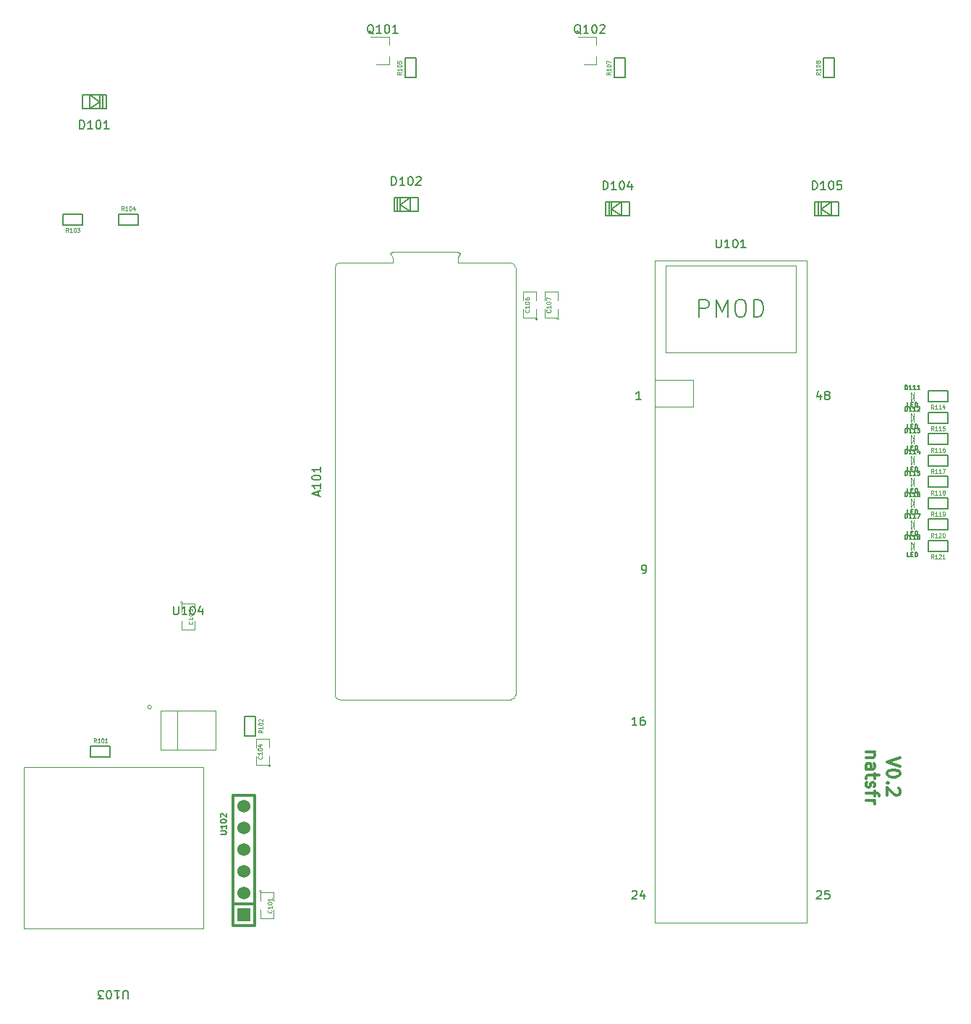
<source format=gto>
G04 #@! TF.GenerationSoftware,KiCad,Pcbnew,6.0.2+dfsg-1*
G04 #@! TF.CreationDate,2023-02-09T12:02:37+01:00*
G04 #@! TF.ProjectId,proto_cmod,70726f74-6f5f-4636-9d6f-642e6b696361,rev?*
G04 #@! TF.SameCoordinates,Original*
G04 #@! TF.FileFunction,Legend,Top*
G04 #@! TF.FilePolarity,Positive*
%FSLAX46Y46*%
G04 Gerber Fmt 4.6, Leading zero omitted, Abs format (unit mm)*
G04 Created by KiCad (PCBNEW 6.0.2+dfsg-1) date 2023-02-09 12:02:37*
%MOMM*%
%LPD*%
G01*
G04 APERTURE LIST*
%ADD10C,0.300000*%
%ADD11C,0.150000*%
%ADD12C,0.109220*%
%ADD13C,0.114300*%
%ADD14C,0.127000*%
%ADD15C,0.152000*%
%ADD16C,0.120000*%
%ADD17C,0.099060*%
%ADD18C,0.063500*%
%ADD19C,0.066040*%
%ADD20C,0.304800*%
%ADD21R,1.524000X1.524000*%
%ADD22C,1.524000*%
G04 APERTURE END LIST*
D10*
X196778928Y-119964285D02*
X195278928Y-120464285D01*
X196778928Y-120964285D01*
X196778928Y-121750000D02*
X196778928Y-121892857D01*
X196707500Y-122035714D01*
X196636071Y-122107142D01*
X196493214Y-122178571D01*
X196207500Y-122250000D01*
X195850357Y-122250000D01*
X195564642Y-122178571D01*
X195421785Y-122107142D01*
X195350357Y-122035714D01*
X195278928Y-121892857D01*
X195278928Y-121750000D01*
X195350357Y-121607142D01*
X195421785Y-121535714D01*
X195564642Y-121464285D01*
X195850357Y-121392857D01*
X196207500Y-121392857D01*
X196493214Y-121464285D01*
X196636071Y-121535714D01*
X196707500Y-121607142D01*
X196778928Y-121750000D01*
X195421785Y-122892857D02*
X195350357Y-122964285D01*
X195278928Y-122892857D01*
X195350357Y-122821428D01*
X195421785Y-122892857D01*
X195278928Y-122892857D01*
X196636071Y-123535714D02*
X196707500Y-123607142D01*
X196778928Y-123750000D01*
X196778928Y-124107142D01*
X196707500Y-124250000D01*
X196636071Y-124321428D01*
X196493214Y-124392857D01*
X196350357Y-124392857D01*
X196136071Y-124321428D01*
X195278928Y-123464285D01*
X195278928Y-124392857D01*
X193863928Y-119321428D02*
X192863928Y-119321428D01*
X193721071Y-119321428D02*
X193792500Y-119392857D01*
X193863928Y-119535714D01*
X193863928Y-119750000D01*
X193792500Y-119892857D01*
X193649642Y-119964285D01*
X192863928Y-119964285D01*
X192863928Y-121321428D02*
X193649642Y-121321428D01*
X193792500Y-121250000D01*
X193863928Y-121107142D01*
X193863928Y-120821428D01*
X193792500Y-120678571D01*
X192935357Y-121321428D02*
X192863928Y-121178571D01*
X192863928Y-120821428D01*
X192935357Y-120678571D01*
X193078214Y-120607142D01*
X193221071Y-120607142D01*
X193363928Y-120678571D01*
X193435357Y-120821428D01*
X193435357Y-121178571D01*
X193506785Y-121321428D01*
X193863928Y-121821428D02*
X193863928Y-122392857D01*
X194363928Y-122035714D02*
X193078214Y-122035714D01*
X192935357Y-122107142D01*
X192863928Y-122250000D01*
X192863928Y-122392857D01*
X192935357Y-122821428D02*
X192863928Y-122964285D01*
X192863928Y-123250000D01*
X192935357Y-123392857D01*
X193078214Y-123464285D01*
X193149642Y-123464285D01*
X193292500Y-123392857D01*
X193363928Y-123250000D01*
X193363928Y-123035714D01*
X193435357Y-122892857D01*
X193578214Y-122821428D01*
X193649642Y-122821428D01*
X193792500Y-122892857D01*
X193863928Y-123035714D01*
X193863928Y-123250000D01*
X193792500Y-123392857D01*
X193863928Y-123892857D02*
X193863928Y-124464285D01*
X192863928Y-124107142D02*
X194149642Y-124107142D01*
X194292500Y-124178571D01*
X194363928Y-124321428D01*
X194363928Y-124464285D01*
X192863928Y-124964285D02*
X193863928Y-124964285D01*
X193578214Y-124964285D02*
X193721071Y-125035714D01*
X193792500Y-125107142D01*
X193863928Y-125250000D01*
X193863928Y-125392857D01*
D11*
G04 #@! TO.C,A101*
X128716666Y-89296666D02*
X128716666Y-88820476D01*
X129002380Y-89391904D02*
X128002380Y-89058571D01*
X129002380Y-88725238D01*
X129002380Y-87868095D02*
X129002380Y-88439523D01*
X129002380Y-88153809D02*
X128002380Y-88153809D01*
X128145238Y-88249047D01*
X128240476Y-88344285D01*
X128288095Y-88439523D01*
X128002380Y-87249047D02*
X128002380Y-87153809D01*
X128050000Y-87058571D01*
X128097619Y-87010952D01*
X128192857Y-86963333D01*
X128383333Y-86915714D01*
X128621428Y-86915714D01*
X128811904Y-86963333D01*
X128907142Y-87010952D01*
X128954761Y-87058571D01*
X129002380Y-87153809D01*
X129002380Y-87249047D01*
X128954761Y-87344285D01*
X128907142Y-87391904D01*
X128811904Y-87439523D01*
X128621428Y-87487142D01*
X128383333Y-87487142D01*
X128192857Y-87439523D01*
X128097619Y-87391904D01*
X128050000Y-87344285D01*
X128002380Y-87249047D01*
X129002380Y-85963333D02*
X129002380Y-86534761D01*
X129002380Y-86249047D02*
X128002380Y-86249047D01*
X128145238Y-86344285D01*
X128240476Y-86439523D01*
X128288095Y-86534761D01*
D12*
G04 #@! TO.C,C104*
X122111207Y-119809949D02*
X122135034Y-119833776D01*
X122158862Y-119905259D01*
X122158862Y-119952914D01*
X122135034Y-120024397D01*
X122087379Y-120072052D01*
X122039724Y-120095880D01*
X121944413Y-120119708D01*
X121872930Y-120119708D01*
X121777620Y-120095880D01*
X121729965Y-120072052D01*
X121682310Y-120024397D01*
X121658482Y-119952914D01*
X121658482Y-119905259D01*
X121682310Y-119833776D01*
X121706137Y-119809949D01*
X122158862Y-119333396D02*
X122158862Y-119619328D01*
X122158862Y-119476362D02*
X121658482Y-119476362D01*
X121729965Y-119524017D01*
X121777620Y-119571672D01*
X121801448Y-119619328D01*
X121658482Y-119023637D02*
X121658482Y-118975982D01*
X121682310Y-118928327D01*
X121706137Y-118904499D01*
X121753792Y-118880671D01*
X121849103Y-118856844D01*
X121968241Y-118856844D01*
X122063551Y-118880671D01*
X122111207Y-118904499D01*
X122135034Y-118928327D01*
X122158862Y-118975982D01*
X122158862Y-119023637D01*
X122135034Y-119071292D01*
X122111207Y-119095120D01*
X122063551Y-119118948D01*
X121968241Y-119142775D01*
X121849103Y-119142775D01*
X121753792Y-119118948D01*
X121706137Y-119095120D01*
X121682310Y-119071292D01*
X121658482Y-119023637D01*
X121825275Y-118427947D02*
X122158862Y-118427947D01*
X121634654Y-118547085D02*
X121992069Y-118666223D01*
X121992069Y-118356464D01*
D13*
G04 #@! TO.C,R120*
X200738371Y-94199809D02*
X200585971Y-93957904D01*
X200477114Y-94199809D02*
X200477114Y-93691809D01*
X200651285Y-93691809D01*
X200694828Y-93716000D01*
X200716600Y-93740190D01*
X200738371Y-93788571D01*
X200738371Y-93861142D01*
X200716600Y-93909523D01*
X200694828Y-93933714D01*
X200651285Y-93957904D01*
X200477114Y-93957904D01*
X201173800Y-94199809D02*
X200912542Y-94199809D01*
X201043171Y-94199809D02*
X201043171Y-93691809D01*
X200999628Y-93764380D01*
X200956085Y-93812761D01*
X200912542Y-93836952D01*
X201347971Y-93740190D02*
X201369742Y-93716000D01*
X201413285Y-93691809D01*
X201522142Y-93691809D01*
X201565685Y-93716000D01*
X201587457Y-93740190D01*
X201609228Y-93788571D01*
X201609228Y-93836952D01*
X201587457Y-93909523D01*
X201326200Y-94199809D01*
X201609228Y-94199809D01*
X201892257Y-93691809D02*
X201935800Y-93691809D01*
X201979342Y-93716000D01*
X202001114Y-93740190D01*
X202022885Y-93788571D01*
X202044657Y-93885333D01*
X202044657Y-94006285D01*
X202022885Y-94103047D01*
X202001114Y-94151428D01*
X201979342Y-94175619D01*
X201935800Y-94199809D01*
X201892257Y-94199809D01*
X201848714Y-94175619D01*
X201826942Y-94151428D01*
X201805171Y-94103047D01*
X201783400Y-94006285D01*
X201783400Y-93885333D01*
X201805171Y-93788571D01*
X201826942Y-93740190D01*
X201848714Y-93716000D01*
X201892257Y-93691809D01*
D12*
G04 #@! TO.C,C107*
X155861207Y-67559949D02*
X155885034Y-67583776D01*
X155908862Y-67655259D01*
X155908862Y-67702914D01*
X155885034Y-67774397D01*
X155837379Y-67822052D01*
X155789724Y-67845880D01*
X155694413Y-67869708D01*
X155622930Y-67869708D01*
X155527620Y-67845880D01*
X155479965Y-67822052D01*
X155432310Y-67774397D01*
X155408482Y-67702914D01*
X155408482Y-67655259D01*
X155432310Y-67583776D01*
X155456137Y-67559949D01*
X155908862Y-67083396D02*
X155908862Y-67369328D01*
X155908862Y-67226362D02*
X155408482Y-67226362D01*
X155479965Y-67274017D01*
X155527620Y-67321672D01*
X155551448Y-67369328D01*
X155408482Y-66773637D02*
X155408482Y-66725982D01*
X155432310Y-66678327D01*
X155456137Y-66654499D01*
X155503792Y-66630671D01*
X155599103Y-66606844D01*
X155718241Y-66606844D01*
X155813551Y-66630671D01*
X155861207Y-66654499D01*
X155885034Y-66678327D01*
X155908862Y-66725982D01*
X155908862Y-66773637D01*
X155885034Y-66821292D01*
X155861207Y-66845120D01*
X155813551Y-66868948D01*
X155718241Y-66892775D01*
X155599103Y-66892775D01*
X155503792Y-66868948D01*
X155456137Y-66845120D01*
X155432310Y-66821292D01*
X155408482Y-66773637D01*
X155408482Y-66440050D02*
X155408482Y-66106464D01*
X155908862Y-66320912D01*
D13*
G04 #@! TO.C,R101*
X102738371Y-118209809D02*
X102585971Y-117967904D01*
X102477114Y-118209809D02*
X102477114Y-117701809D01*
X102651285Y-117701809D01*
X102694828Y-117726000D01*
X102716600Y-117750190D01*
X102738371Y-117798571D01*
X102738371Y-117871142D01*
X102716600Y-117919523D01*
X102694828Y-117943714D01*
X102651285Y-117967904D01*
X102477114Y-117967904D01*
X103173800Y-118209809D02*
X102912542Y-118209809D01*
X103043171Y-118209809D02*
X103043171Y-117701809D01*
X102999628Y-117774380D01*
X102956085Y-117822761D01*
X102912542Y-117846952D01*
X103456828Y-117701809D02*
X103500371Y-117701809D01*
X103543914Y-117726000D01*
X103565685Y-117750190D01*
X103587457Y-117798571D01*
X103609228Y-117895333D01*
X103609228Y-118016285D01*
X103587457Y-118113047D01*
X103565685Y-118161428D01*
X103543914Y-118185619D01*
X103500371Y-118209809D01*
X103456828Y-118209809D01*
X103413285Y-118185619D01*
X103391514Y-118161428D01*
X103369742Y-118113047D01*
X103347971Y-118016285D01*
X103347971Y-117895333D01*
X103369742Y-117798571D01*
X103391514Y-117750190D01*
X103413285Y-117726000D01*
X103456828Y-117701809D01*
X104044657Y-118209809D02*
X103783400Y-118209809D01*
X103914028Y-118209809D02*
X103914028Y-117701809D01*
X103870485Y-117774380D01*
X103826942Y-117822761D01*
X103783400Y-117846952D01*
D11*
G04 #@! TO.C,D105*
X186559523Y-53502380D02*
X186559523Y-52502380D01*
X186797619Y-52502380D01*
X186940476Y-52550000D01*
X187035714Y-52645238D01*
X187083333Y-52740476D01*
X187130952Y-52930952D01*
X187130952Y-53073809D01*
X187083333Y-53264285D01*
X187035714Y-53359523D01*
X186940476Y-53454761D01*
X186797619Y-53502380D01*
X186559523Y-53502380D01*
X188083333Y-53502380D02*
X187511904Y-53502380D01*
X187797619Y-53502380D02*
X187797619Y-52502380D01*
X187702380Y-52645238D01*
X187607142Y-52740476D01*
X187511904Y-52788095D01*
X188702380Y-52502380D02*
X188797619Y-52502380D01*
X188892857Y-52550000D01*
X188940476Y-52597619D01*
X188988095Y-52692857D01*
X189035714Y-52883333D01*
X189035714Y-53121428D01*
X188988095Y-53311904D01*
X188940476Y-53407142D01*
X188892857Y-53454761D01*
X188797619Y-53502380D01*
X188702380Y-53502380D01*
X188607142Y-53454761D01*
X188559523Y-53407142D01*
X188511904Y-53311904D01*
X188464285Y-53121428D01*
X188464285Y-52883333D01*
X188511904Y-52692857D01*
X188559523Y-52597619D01*
X188607142Y-52550000D01*
X188702380Y-52502380D01*
X189940476Y-52502380D02*
X189464285Y-52502380D01*
X189416666Y-52978571D01*
X189464285Y-52930952D01*
X189559523Y-52883333D01*
X189797619Y-52883333D01*
X189892857Y-52930952D01*
X189940476Y-52978571D01*
X189988095Y-53073809D01*
X189988095Y-53311904D01*
X189940476Y-53407142D01*
X189892857Y-53454761D01*
X189797619Y-53502380D01*
X189559523Y-53502380D01*
X189464285Y-53454761D01*
X189416666Y-53407142D01*
G04 #@! TO.C,U103*
X106464285Y-148197619D02*
X106464285Y-147388095D01*
X106416666Y-147292857D01*
X106369047Y-147245238D01*
X106273809Y-147197619D01*
X106083333Y-147197619D01*
X105988095Y-147245238D01*
X105940476Y-147292857D01*
X105892857Y-147388095D01*
X105892857Y-148197619D01*
X104892857Y-147197619D02*
X105464285Y-147197619D01*
X105178571Y-147197619D02*
X105178571Y-148197619D01*
X105273809Y-148054761D01*
X105369047Y-147959523D01*
X105464285Y-147911904D01*
X104273809Y-148197619D02*
X104178571Y-148197619D01*
X104083333Y-148150000D01*
X104035714Y-148102380D01*
X103988095Y-148007142D01*
X103940476Y-147816666D01*
X103940476Y-147578571D01*
X103988095Y-147388095D01*
X104035714Y-147292857D01*
X104083333Y-147245238D01*
X104178571Y-147197619D01*
X104273809Y-147197619D01*
X104369047Y-147245238D01*
X104416666Y-147292857D01*
X104464285Y-147388095D01*
X104511904Y-147578571D01*
X104511904Y-147816666D01*
X104464285Y-148007142D01*
X104416666Y-148102380D01*
X104369047Y-148150000D01*
X104273809Y-148197619D01*
X103607142Y-148197619D02*
X102988095Y-148197619D01*
X103321428Y-147816666D01*
X103178571Y-147816666D01*
X103083333Y-147769047D01*
X103035714Y-147721428D01*
X102988095Y-147626190D01*
X102988095Y-147388095D01*
X103035714Y-147292857D01*
X103083333Y-147245238D01*
X103178571Y-147197619D01*
X103464285Y-147197619D01*
X103559523Y-147245238D01*
X103607142Y-147292857D01*
D14*
G04 #@! TO.C,D115*
X197391238Y-86913809D02*
X197391238Y-86405809D01*
X197512190Y-86405809D01*
X197584761Y-86430000D01*
X197633142Y-86478380D01*
X197657333Y-86526761D01*
X197681523Y-86623523D01*
X197681523Y-86696095D01*
X197657333Y-86792857D01*
X197633142Y-86841238D01*
X197584761Y-86889619D01*
X197512190Y-86913809D01*
X197391238Y-86913809D01*
X198165333Y-86913809D02*
X197875047Y-86913809D01*
X198020190Y-86913809D02*
X198020190Y-86405809D01*
X197971809Y-86478380D01*
X197923428Y-86526761D01*
X197875047Y-86550952D01*
X198649142Y-86913809D02*
X198358857Y-86913809D01*
X198504000Y-86913809D02*
X198504000Y-86405809D01*
X198455619Y-86478380D01*
X198407238Y-86526761D01*
X198358857Y-86550952D01*
X199108761Y-86405809D02*
X198866857Y-86405809D01*
X198842666Y-86647714D01*
X198866857Y-86623523D01*
X198915238Y-86599333D01*
X199036190Y-86599333D01*
X199084571Y-86623523D01*
X199108761Y-86647714D01*
X199132952Y-86696095D01*
X199132952Y-86817047D01*
X199108761Y-86865428D01*
X199084571Y-86889619D01*
X199036190Y-86913809D01*
X198915238Y-86913809D01*
X198866857Y-86889619D01*
X198842666Y-86865428D01*
X197923428Y-88945809D02*
X197681523Y-88945809D01*
X197681523Y-88437809D01*
X198092761Y-88679714D02*
X198262095Y-88679714D01*
X198334666Y-88945809D02*
X198092761Y-88945809D01*
X198092761Y-88437809D01*
X198334666Y-88437809D01*
X198552380Y-88945809D02*
X198552380Y-88437809D01*
X198673333Y-88437809D01*
X198745904Y-88462000D01*
X198794285Y-88510380D01*
X198818476Y-88558761D01*
X198842666Y-88655523D01*
X198842666Y-88728095D01*
X198818476Y-88824857D01*
X198794285Y-88873238D01*
X198745904Y-88921619D01*
X198673333Y-88945809D01*
X198552380Y-88945809D01*
G04 #@! TO.C,D114*
X197391238Y-84413809D02*
X197391238Y-83905809D01*
X197512190Y-83905809D01*
X197584761Y-83930000D01*
X197633142Y-83978380D01*
X197657333Y-84026761D01*
X197681523Y-84123523D01*
X197681523Y-84196095D01*
X197657333Y-84292857D01*
X197633142Y-84341238D01*
X197584761Y-84389619D01*
X197512190Y-84413809D01*
X197391238Y-84413809D01*
X198165333Y-84413809D02*
X197875047Y-84413809D01*
X198020190Y-84413809D02*
X198020190Y-83905809D01*
X197971809Y-83978380D01*
X197923428Y-84026761D01*
X197875047Y-84050952D01*
X198649142Y-84413809D02*
X198358857Y-84413809D01*
X198504000Y-84413809D02*
X198504000Y-83905809D01*
X198455619Y-83978380D01*
X198407238Y-84026761D01*
X198358857Y-84050952D01*
X199084571Y-84075142D02*
X199084571Y-84413809D01*
X198963619Y-83881619D02*
X198842666Y-84244476D01*
X199157142Y-84244476D01*
X197923428Y-86445809D02*
X197681523Y-86445809D01*
X197681523Y-85937809D01*
X198092761Y-86179714D02*
X198262095Y-86179714D01*
X198334666Y-86445809D02*
X198092761Y-86445809D01*
X198092761Y-85937809D01*
X198334666Y-85937809D01*
X198552380Y-86445809D02*
X198552380Y-85937809D01*
X198673333Y-85937809D01*
X198745904Y-85962000D01*
X198794285Y-86010380D01*
X198818476Y-86058761D01*
X198842666Y-86155523D01*
X198842666Y-86228095D01*
X198818476Y-86324857D01*
X198794285Y-86373238D01*
X198745904Y-86421619D01*
X198673333Y-86445809D01*
X198552380Y-86445809D01*
D13*
G04 #@! TO.C,R105*
X138459809Y-39761628D02*
X138217904Y-39914028D01*
X138459809Y-40022885D02*
X137951809Y-40022885D01*
X137951809Y-39848714D01*
X137976000Y-39805171D01*
X138000190Y-39783400D01*
X138048571Y-39761628D01*
X138121142Y-39761628D01*
X138169523Y-39783400D01*
X138193714Y-39805171D01*
X138217904Y-39848714D01*
X138217904Y-40022885D01*
X138459809Y-39326200D02*
X138459809Y-39587457D01*
X138459809Y-39456828D02*
X137951809Y-39456828D01*
X138024380Y-39500371D01*
X138072761Y-39543914D01*
X138096952Y-39587457D01*
X137951809Y-39043171D02*
X137951809Y-38999628D01*
X137976000Y-38956085D01*
X138000190Y-38934314D01*
X138048571Y-38912542D01*
X138145333Y-38890771D01*
X138266285Y-38890771D01*
X138363047Y-38912542D01*
X138411428Y-38934314D01*
X138435619Y-38956085D01*
X138459809Y-38999628D01*
X138459809Y-39043171D01*
X138435619Y-39086714D01*
X138411428Y-39108485D01*
X138363047Y-39130257D01*
X138266285Y-39152028D01*
X138145333Y-39152028D01*
X138048571Y-39130257D01*
X138000190Y-39108485D01*
X137976000Y-39086714D01*
X137951809Y-39043171D01*
X137951809Y-38477114D02*
X137951809Y-38694828D01*
X138193714Y-38716600D01*
X138169523Y-38694828D01*
X138145333Y-38651285D01*
X138145333Y-38542428D01*
X138169523Y-38498885D01*
X138193714Y-38477114D01*
X138242095Y-38455342D01*
X138363047Y-38455342D01*
X138411428Y-38477114D01*
X138435619Y-38498885D01*
X138459809Y-38542428D01*
X138459809Y-38651285D01*
X138435619Y-38694828D01*
X138411428Y-38716600D01*
G04 #@! TO.C,R114*
X200738371Y-79199809D02*
X200585971Y-78957904D01*
X200477114Y-79199809D02*
X200477114Y-78691809D01*
X200651285Y-78691809D01*
X200694828Y-78716000D01*
X200716600Y-78740190D01*
X200738371Y-78788571D01*
X200738371Y-78861142D01*
X200716600Y-78909523D01*
X200694828Y-78933714D01*
X200651285Y-78957904D01*
X200477114Y-78957904D01*
X201173800Y-79199809D02*
X200912542Y-79199809D01*
X201043171Y-79199809D02*
X201043171Y-78691809D01*
X200999628Y-78764380D01*
X200956085Y-78812761D01*
X200912542Y-78836952D01*
X201609228Y-79199809D02*
X201347971Y-79199809D01*
X201478600Y-79199809D02*
X201478600Y-78691809D01*
X201435057Y-78764380D01*
X201391514Y-78812761D01*
X201347971Y-78836952D01*
X202001114Y-78861142D02*
X202001114Y-79199809D01*
X201892257Y-78667619D02*
X201783400Y-79030476D01*
X202066428Y-79030476D01*
G04 #@! TO.C,R108*
X187459809Y-39761628D02*
X187217904Y-39914028D01*
X187459809Y-40022885D02*
X186951809Y-40022885D01*
X186951809Y-39848714D01*
X186976000Y-39805171D01*
X187000190Y-39783400D01*
X187048571Y-39761628D01*
X187121142Y-39761628D01*
X187169523Y-39783400D01*
X187193714Y-39805171D01*
X187217904Y-39848714D01*
X187217904Y-40022885D01*
X187459809Y-39326200D02*
X187459809Y-39587457D01*
X187459809Y-39456828D02*
X186951809Y-39456828D01*
X187024380Y-39500371D01*
X187072761Y-39543914D01*
X187096952Y-39587457D01*
X186951809Y-39043171D02*
X186951809Y-38999628D01*
X186976000Y-38956085D01*
X187000190Y-38934314D01*
X187048571Y-38912542D01*
X187145333Y-38890771D01*
X187266285Y-38890771D01*
X187363047Y-38912542D01*
X187411428Y-38934314D01*
X187435619Y-38956085D01*
X187459809Y-38999628D01*
X187459809Y-39043171D01*
X187435619Y-39086714D01*
X187411428Y-39108485D01*
X187363047Y-39130257D01*
X187266285Y-39152028D01*
X187145333Y-39152028D01*
X187048571Y-39130257D01*
X187000190Y-39108485D01*
X186976000Y-39086714D01*
X186951809Y-39043171D01*
X187169523Y-38629514D02*
X187145333Y-38673057D01*
X187121142Y-38694828D01*
X187072761Y-38716600D01*
X187048571Y-38716600D01*
X187000190Y-38694828D01*
X186976000Y-38673057D01*
X186951809Y-38629514D01*
X186951809Y-38542428D01*
X186976000Y-38498885D01*
X187000190Y-38477114D01*
X187048571Y-38455342D01*
X187072761Y-38455342D01*
X187121142Y-38477114D01*
X187145333Y-38498885D01*
X187169523Y-38542428D01*
X187169523Y-38629514D01*
X187193714Y-38673057D01*
X187217904Y-38694828D01*
X187266285Y-38716600D01*
X187363047Y-38716600D01*
X187411428Y-38694828D01*
X187435619Y-38673057D01*
X187459809Y-38629514D01*
X187459809Y-38542428D01*
X187435619Y-38498885D01*
X187411428Y-38477114D01*
X187363047Y-38455342D01*
X187266285Y-38455342D01*
X187217904Y-38477114D01*
X187193714Y-38498885D01*
X187169523Y-38542428D01*
D11*
G04 #@! TO.C,Q101*
X135202380Y-35297619D02*
X135107142Y-35250000D01*
X135011904Y-35154761D01*
X134869047Y-35011904D01*
X134773809Y-34964285D01*
X134678571Y-34964285D01*
X134726190Y-35202380D02*
X134630952Y-35154761D01*
X134535714Y-35059523D01*
X134488095Y-34869047D01*
X134488095Y-34535714D01*
X134535714Y-34345238D01*
X134630952Y-34250000D01*
X134726190Y-34202380D01*
X134916666Y-34202380D01*
X135011904Y-34250000D01*
X135107142Y-34345238D01*
X135154761Y-34535714D01*
X135154761Y-34869047D01*
X135107142Y-35059523D01*
X135011904Y-35154761D01*
X134916666Y-35202380D01*
X134726190Y-35202380D01*
X136107142Y-35202380D02*
X135535714Y-35202380D01*
X135821428Y-35202380D02*
X135821428Y-34202380D01*
X135726190Y-34345238D01*
X135630952Y-34440476D01*
X135535714Y-34488095D01*
X136726190Y-34202380D02*
X136821428Y-34202380D01*
X136916666Y-34250000D01*
X136964285Y-34297619D01*
X137011904Y-34392857D01*
X137059523Y-34583333D01*
X137059523Y-34821428D01*
X137011904Y-35011904D01*
X136964285Y-35107142D01*
X136916666Y-35154761D01*
X136821428Y-35202380D01*
X136726190Y-35202380D01*
X136630952Y-35154761D01*
X136583333Y-35107142D01*
X136535714Y-35011904D01*
X136488095Y-34821428D01*
X136488095Y-34583333D01*
X136535714Y-34392857D01*
X136583333Y-34297619D01*
X136630952Y-34250000D01*
X136726190Y-34202380D01*
X138011904Y-35202380D02*
X137440476Y-35202380D01*
X137726190Y-35202380D02*
X137726190Y-34202380D01*
X137630952Y-34345238D01*
X137535714Y-34440476D01*
X137440476Y-34488095D01*
D13*
G04 #@! TO.C,R103*
X99488371Y-58499809D02*
X99335971Y-58257904D01*
X99227114Y-58499809D02*
X99227114Y-57991809D01*
X99401285Y-57991809D01*
X99444828Y-58016000D01*
X99466600Y-58040190D01*
X99488371Y-58088571D01*
X99488371Y-58161142D01*
X99466600Y-58209523D01*
X99444828Y-58233714D01*
X99401285Y-58257904D01*
X99227114Y-58257904D01*
X99923800Y-58499809D02*
X99662542Y-58499809D01*
X99793171Y-58499809D02*
X99793171Y-57991809D01*
X99749628Y-58064380D01*
X99706085Y-58112761D01*
X99662542Y-58136952D01*
X100206828Y-57991809D02*
X100250371Y-57991809D01*
X100293914Y-58016000D01*
X100315685Y-58040190D01*
X100337457Y-58088571D01*
X100359228Y-58185333D01*
X100359228Y-58306285D01*
X100337457Y-58403047D01*
X100315685Y-58451428D01*
X100293914Y-58475619D01*
X100250371Y-58499809D01*
X100206828Y-58499809D01*
X100163285Y-58475619D01*
X100141514Y-58451428D01*
X100119742Y-58403047D01*
X100097971Y-58306285D01*
X100097971Y-58185333D01*
X100119742Y-58088571D01*
X100141514Y-58040190D01*
X100163285Y-58016000D01*
X100206828Y-57991809D01*
X100511628Y-57991809D02*
X100794657Y-57991809D01*
X100642257Y-58185333D01*
X100707571Y-58185333D01*
X100751114Y-58209523D01*
X100772885Y-58233714D01*
X100794657Y-58282095D01*
X100794657Y-58403047D01*
X100772885Y-58451428D01*
X100751114Y-58475619D01*
X100707571Y-58499809D01*
X100576942Y-58499809D01*
X100533400Y-58475619D01*
X100511628Y-58451428D01*
G04 #@! TO.C,R117*
X200738371Y-86699809D02*
X200585971Y-86457904D01*
X200477114Y-86699809D02*
X200477114Y-86191809D01*
X200651285Y-86191809D01*
X200694828Y-86216000D01*
X200716600Y-86240190D01*
X200738371Y-86288571D01*
X200738371Y-86361142D01*
X200716600Y-86409523D01*
X200694828Y-86433714D01*
X200651285Y-86457904D01*
X200477114Y-86457904D01*
X201173800Y-86699809D02*
X200912542Y-86699809D01*
X201043171Y-86699809D02*
X201043171Y-86191809D01*
X200999628Y-86264380D01*
X200956085Y-86312761D01*
X200912542Y-86336952D01*
X201609228Y-86699809D02*
X201347971Y-86699809D01*
X201478600Y-86699809D02*
X201478600Y-86191809D01*
X201435057Y-86264380D01*
X201391514Y-86312761D01*
X201347971Y-86336952D01*
X201761628Y-86191809D02*
X202066428Y-86191809D01*
X201870485Y-86699809D01*
D11*
G04 #@! TO.C,U104*
X111785714Y-102232380D02*
X111785714Y-103041904D01*
X111833333Y-103137142D01*
X111880952Y-103184761D01*
X111976190Y-103232380D01*
X112166666Y-103232380D01*
X112261904Y-103184761D01*
X112309523Y-103137142D01*
X112357142Y-103041904D01*
X112357142Y-102232380D01*
X113357142Y-103232380D02*
X112785714Y-103232380D01*
X113071428Y-103232380D02*
X113071428Y-102232380D01*
X112976190Y-102375238D01*
X112880952Y-102470476D01*
X112785714Y-102518095D01*
X113976190Y-102232380D02*
X114071428Y-102232380D01*
X114166666Y-102280000D01*
X114214285Y-102327619D01*
X114261904Y-102422857D01*
X114309523Y-102613333D01*
X114309523Y-102851428D01*
X114261904Y-103041904D01*
X114214285Y-103137142D01*
X114166666Y-103184761D01*
X114071428Y-103232380D01*
X113976190Y-103232380D01*
X113880952Y-103184761D01*
X113833333Y-103137142D01*
X113785714Y-103041904D01*
X113738095Y-102851428D01*
X113738095Y-102613333D01*
X113785714Y-102422857D01*
X113833333Y-102327619D01*
X113880952Y-102280000D01*
X113976190Y-102232380D01*
X115166666Y-102565714D02*
X115166666Y-103232380D01*
X114928571Y-102184761D02*
X114690476Y-102899047D01*
X115309523Y-102899047D01*
D14*
G04 #@! TO.C,D117*
X197391238Y-91913809D02*
X197391238Y-91405809D01*
X197512190Y-91405809D01*
X197584761Y-91430000D01*
X197633142Y-91478380D01*
X197657333Y-91526761D01*
X197681523Y-91623523D01*
X197681523Y-91696095D01*
X197657333Y-91792857D01*
X197633142Y-91841238D01*
X197584761Y-91889619D01*
X197512190Y-91913809D01*
X197391238Y-91913809D01*
X198165333Y-91913809D02*
X197875047Y-91913809D01*
X198020190Y-91913809D02*
X198020190Y-91405809D01*
X197971809Y-91478380D01*
X197923428Y-91526761D01*
X197875047Y-91550952D01*
X198649142Y-91913809D02*
X198358857Y-91913809D01*
X198504000Y-91913809D02*
X198504000Y-91405809D01*
X198455619Y-91478380D01*
X198407238Y-91526761D01*
X198358857Y-91550952D01*
X198818476Y-91405809D02*
X199157142Y-91405809D01*
X198939428Y-91913809D01*
X197923428Y-93945809D02*
X197681523Y-93945809D01*
X197681523Y-93437809D01*
X198092761Y-93679714D02*
X198262095Y-93679714D01*
X198334666Y-93945809D02*
X198092761Y-93945809D01*
X198092761Y-93437809D01*
X198334666Y-93437809D01*
X198552380Y-93945809D02*
X198552380Y-93437809D01*
X198673333Y-93437809D01*
X198745904Y-93462000D01*
X198794285Y-93510380D01*
X198818476Y-93558761D01*
X198842666Y-93655523D01*
X198842666Y-93728095D01*
X198818476Y-93824857D01*
X198794285Y-93873238D01*
X198745904Y-93921619D01*
X198673333Y-93945809D01*
X198552380Y-93945809D01*
D11*
G04 #@! TO.C,D102*
X137309523Y-53002380D02*
X137309523Y-52002380D01*
X137547619Y-52002380D01*
X137690476Y-52050000D01*
X137785714Y-52145238D01*
X137833333Y-52240476D01*
X137880952Y-52430952D01*
X137880952Y-52573809D01*
X137833333Y-52764285D01*
X137785714Y-52859523D01*
X137690476Y-52954761D01*
X137547619Y-53002380D01*
X137309523Y-53002380D01*
X138833333Y-53002380D02*
X138261904Y-53002380D01*
X138547619Y-53002380D02*
X138547619Y-52002380D01*
X138452380Y-52145238D01*
X138357142Y-52240476D01*
X138261904Y-52288095D01*
X139452380Y-52002380D02*
X139547619Y-52002380D01*
X139642857Y-52050000D01*
X139690476Y-52097619D01*
X139738095Y-52192857D01*
X139785714Y-52383333D01*
X139785714Y-52621428D01*
X139738095Y-52811904D01*
X139690476Y-52907142D01*
X139642857Y-52954761D01*
X139547619Y-53002380D01*
X139452380Y-53002380D01*
X139357142Y-52954761D01*
X139309523Y-52907142D01*
X139261904Y-52811904D01*
X139214285Y-52621428D01*
X139214285Y-52383333D01*
X139261904Y-52192857D01*
X139309523Y-52097619D01*
X139357142Y-52050000D01*
X139452380Y-52002380D01*
X140166666Y-52097619D02*
X140214285Y-52050000D01*
X140309523Y-52002380D01*
X140547619Y-52002380D01*
X140642857Y-52050000D01*
X140690476Y-52097619D01*
X140738095Y-52192857D01*
X140738095Y-52288095D01*
X140690476Y-52430952D01*
X140119047Y-53002380D01*
X140738095Y-53002380D01*
D13*
G04 #@! TO.C,R116*
X200738371Y-84199809D02*
X200585971Y-83957904D01*
X200477114Y-84199809D02*
X200477114Y-83691809D01*
X200651285Y-83691809D01*
X200694828Y-83716000D01*
X200716600Y-83740190D01*
X200738371Y-83788571D01*
X200738371Y-83861142D01*
X200716600Y-83909523D01*
X200694828Y-83933714D01*
X200651285Y-83957904D01*
X200477114Y-83957904D01*
X201173800Y-84199809D02*
X200912542Y-84199809D01*
X201043171Y-84199809D02*
X201043171Y-83691809D01*
X200999628Y-83764380D01*
X200956085Y-83812761D01*
X200912542Y-83836952D01*
X201609228Y-84199809D02*
X201347971Y-84199809D01*
X201478600Y-84199809D02*
X201478600Y-83691809D01*
X201435057Y-83764380D01*
X201391514Y-83812761D01*
X201347971Y-83836952D01*
X202001114Y-83691809D02*
X201914028Y-83691809D01*
X201870485Y-83716000D01*
X201848714Y-83740190D01*
X201805171Y-83812761D01*
X201783400Y-83909523D01*
X201783400Y-84103047D01*
X201805171Y-84151428D01*
X201826942Y-84175619D01*
X201870485Y-84199809D01*
X201957571Y-84199809D01*
X202001114Y-84175619D01*
X202022885Y-84151428D01*
X202044657Y-84103047D01*
X202044657Y-83982095D01*
X202022885Y-83933714D01*
X202001114Y-83909523D01*
X201957571Y-83885333D01*
X201870485Y-83885333D01*
X201826942Y-83909523D01*
X201805171Y-83933714D01*
X201783400Y-83982095D01*
D11*
G04 #@! TO.C,D101*
X100809523Y-46402380D02*
X100809523Y-45402380D01*
X101047619Y-45402380D01*
X101190476Y-45450000D01*
X101285714Y-45545238D01*
X101333333Y-45640476D01*
X101380952Y-45830952D01*
X101380952Y-45973809D01*
X101333333Y-46164285D01*
X101285714Y-46259523D01*
X101190476Y-46354761D01*
X101047619Y-46402380D01*
X100809523Y-46402380D01*
X102333333Y-46402380D02*
X101761904Y-46402380D01*
X102047619Y-46402380D02*
X102047619Y-45402380D01*
X101952380Y-45545238D01*
X101857142Y-45640476D01*
X101761904Y-45688095D01*
X102952380Y-45402380D02*
X103047619Y-45402380D01*
X103142857Y-45450000D01*
X103190476Y-45497619D01*
X103238095Y-45592857D01*
X103285714Y-45783333D01*
X103285714Y-46021428D01*
X103238095Y-46211904D01*
X103190476Y-46307142D01*
X103142857Y-46354761D01*
X103047619Y-46402380D01*
X102952380Y-46402380D01*
X102857142Y-46354761D01*
X102809523Y-46307142D01*
X102761904Y-46211904D01*
X102714285Y-46021428D01*
X102714285Y-45783333D01*
X102761904Y-45592857D01*
X102809523Y-45497619D01*
X102857142Y-45450000D01*
X102952380Y-45402380D01*
X104238095Y-46402380D02*
X103666666Y-46402380D01*
X103952380Y-46402380D02*
X103952380Y-45402380D01*
X103857142Y-45545238D01*
X103761904Y-45640476D01*
X103666666Y-45688095D01*
D13*
G04 #@! TO.C,R121*
X200738371Y-96699809D02*
X200585971Y-96457904D01*
X200477114Y-96699809D02*
X200477114Y-96191809D01*
X200651285Y-96191809D01*
X200694828Y-96216000D01*
X200716600Y-96240190D01*
X200738371Y-96288571D01*
X200738371Y-96361142D01*
X200716600Y-96409523D01*
X200694828Y-96433714D01*
X200651285Y-96457904D01*
X200477114Y-96457904D01*
X201173800Y-96699809D02*
X200912542Y-96699809D01*
X201043171Y-96699809D02*
X201043171Y-96191809D01*
X200999628Y-96264380D01*
X200956085Y-96312761D01*
X200912542Y-96336952D01*
X201347971Y-96240190D02*
X201369742Y-96216000D01*
X201413285Y-96191809D01*
X201522142Y-96191809D01*
X201565685Y-96216000D01*
X201587457Y-96240190D01*
X201609228Y-96288571D01*
X201609228Y-96336952D01*
X201587457Y-96409523D01*
X201326200Y-96699809D01*
X201609228Y-96699809D01*
X202044657Y-96699809D02*
X201783400Y-96699809D01*
X201914028Y-96699809D02*
X201914028Y-96191809D01*
X201870485Y-96264380D01*
X201826942Y-96312761D01*
X201783400Y-96336952D01*
D11*
G04 #@! TO.C,D104*
X162059523Y-53502380D02*
X162059523Y-52502380D01*
X162297619Y-52502380D01*
X162440476Y-52550000D01*
X162535714Y-52645238D01*
X162583333Y-52740476D01*
X162630952Y-52930952D01*
X162630952Y-53073809D01*
X162583333Y-53264285D01*
X162535714Y-53359523D01*
X162440476Y-53454761D01*
X162297619Y-53502380D01*
X162059523Y-53502380D01*
X163583333Y-53502380D02*
X163011904Y-53502380D01*
X163297619Y-53502380D02*
X163297619Y-52502380D01*
X163202380Y-52645238D01*
X163107142Y-52740476D01*
X163011904Y-52788095D01*
X164202380Y-52502380D02*
X164297619Y-52502380D01*
X164392857Y-52550000D01*
X164440476Y-52597619D01*
X164488095Y-52692857D01*
X164535714Y-52883333D01*
X164535714Y-53121428D01*
X164488095Y-53311904D01*
X164440476Y-53407142D01*
X164392857Y-53454761D01*
X164297619Y-53502380D01*
X164202380Y-53502380D01*
X164107142Y-53454761D01*
X164059523Y-53407142D01*
X164011904Y-53311904D01*
X163964285Y-53121428D01*
X163964285Y-52883333D01*
X164011904Y-52692857D01*
X164059523Y-52597619D01*
X164107142Y-52550000D01*
X164202380Y-52502380D01*
X165392857Y-52835714D02*
X165392857Y-53502380D01*
X165154761Y-52454761D02*
X164916666Y-53169047D01*
X165535714Y-53169047D01*
D14*
G04 #@! TO.C,D111*
X197391238Y-76913809D02*
X197391238Y-76405809D01*
X197512190Y-76405809D01*
X197584761Y-76430000D01*
X197633142Y-76478380D01*
X197657333Y-76526761D01*
X197681523Y-76623523D01*
X197681523Y-76696095D01*
X197657333Y-76792857D01*
X197633142Y-76841238D01*
X197584761Y-76889619D01*
X197512190Y-76913809D01*
X197391238Y-76913809D01*
X198165333Y-76913809D02*
X197875047Y-76913809D01*
X198020190Y-76913809D02*
X198020190Y-76405809D01*
X197971809Y-76478380D01*
X197923428Y-76526761D01*
X197875047Y-76550952D01*
X198649142Y-76913809D02*
X198358857Y-76913809D01*
X198504000Y-76913809D02*
X198504000Y-76405809D01*
X198455619Y-76478380D01*
X198407238Y-76526761D01*
X198358857Y-76550952D01*
X199132952Y-76913809D02*
X198842666Y-76913809D01*
X198987809Y-76913809D02*
X198987809Y-76405809D01*
X198939428Y-76478380D01*
X198891047Y-76526761D01*
X198842666Y-76550952D01*
X197923428Y-78945809D02*
X197681523Y-78945809D01*
X197681523Y-78437809D01*
X198092761Y-78679714D02*
X198262095Y-78679714D01*
X198334666Y-78945809D02*
X198092761Y-78945809D01*
X198092761Y-78437809D01*
X198334666Y-78437809D01*
X198552380Y-78945809D02*
X198552380Y-78437809D01*
X198673333Y-78437809D01*
X198745904Y-78462000D01*
X198794285Y-78510380D01*
X198818476Y-78558761D01*
X198842666Y-78655523D01*
X198842666Y-78728095D01*
X198818476Y-78824857D01*
X198794285Y-78873238D01*
X198745904Y-78921619D01*
X198673333Y-78945809D01*
X198552380Y-78945809D01*
G04 #@! TO.C,D113*
X197391238Y-81913809D02*
X197391238Y-81405809D01*
X197512190Y-81405809D01*
X197584761Y-81430000D01*
X197633142Y-81478380D01*
X197657333Y-81526761D01*
X197681523Y-81623523D01*
X197681523Y-81696095D01*
X197657333Y-81792857D01*
X197633142Y-81841238D01*
X197584761Y-81889619D01*
X197512190Y-81913809D01*
X197391238Y-81913809D01*
X198165333Y-81913809D02*
X197875047Y-81913809D01*
X198020190Y-81913809D02*
X198020190Y-81405809D01*
X197971809Y-81478380D01*
X197923428Y-81526761D01*
X197875047Y-81550952D01*
X198649142Y-81913809D02*
X198358857Y-81913809D01*
X198504000Y-81913809D02*
X198504000Y-81405809D01*
X198455619Y-81478380D01*
X198407238Y-81526761D01*
X198358857Y-81550952D01*
X198818476Y-81405809D02*
X199132952Y-81405809D01*
X198963619Y-81599333D01*
X199036190Y-81599333D01*
X199084571Y-81623523D01*
X199108761Y-81647714D01*
X199132952Y-81696095D01*
X199132952Y-81817047D01*
X199108761Y-81865428D01*
X199084571Y-81889619D01*
X199036190Y-81913809D01*
X198891047Y-81913809D01*
X198842666Y-81889619D01*
X198818476Y-81865428D01*
X197923428Y-83945809D02*
X197681523Y-83945809D01*
X197681523Y-83437809D01*
X198092761Y-83679714D02*
X198262095Y-83679714D01*
X198334666Y-83945809D02*
X198092761Y-83945809D01*
X198092761Y-83437809D01*
X198334666Y-83437809D01*
X198552380Y-83945809D02*
X198552380Y-83437809D01*
X198673333Y-83437809D01*
X198745904Y-83462000D01*
X198794285Y-83510380D01*
X198818476Y-83558761D01*
X198842666Y-83655523D01*
X198842666Y-83728095D01*
X198818476Y-83824857D01*
X198794285Y-83873238D01*
X198745904Y-83921619D01*
X198673333Y-83945809D01*
X198552380Y-83945809D01*
D15*
G04 #@! TO.C,U102*
X117266666Y-128950000D02*
X117833333Y-128950000D01*
X117900000Y-128916666D01*
X117933333Y-128883333D01*
X117966666Y-128816666D01*
X117966666Y-128683333D01*
X117933333Y-128616666D01*
X117900000Y-128583333D01*
X117833333Y-128550000D01*
X117266666Y-128550000D01*
X117966666Y-127850000D02*
X117966666Y-128250000D01*
X117966666Y-128050000D02*
X117266666Y-128050000D01*
X117366666Y-128116666D01*
X117433333Y-128183333D01*
X117466666Y-128250000D01*
X117266666Y-127416666D02*
X117266666Y-127350000D01*
X117300000Y-127283333D01*
X117333333Y-127250000D01*
X117400000Y-127216666D01*
X117533333Y-127183333D01*
X117700000Y-127183333D01*
X117833333Y-127216666D01*
X117900000Y-127250000D01*
X117933333Y-127283333D01*
X117966666Y-127350000D01*
X117966666Y-127416666D01*
X117933333Y-127483333D01*
X117900000Y-127516666D01*
X117833333Y-127550000D01*
X117700000Y-127583333D01*
X117533333Y-127583333D01*
X117400000Y-127550000D01*
X117333333Y-127516666D01*
X117300000Y-127483333D01*
X117266666Y-127416666D01*
X117333333Y-126916666D02*
X117300000Y-126883333D01*
X117266666Y-126816666D01*
X117266666Y-126650000D01*
X117300000Y-126583333D01*
X117333333Y-126550000D01*
X117400000Y-126516666D01*
X117466666Y-126516666D01*
X117566666Y-126550000D01*
X117966666Y-126950000D01*
X117966666Y-126516666D01*
D12*
G04 #@! TO.C,C105*
X113996207Y-104012449D02*
X114020034Y-104036276D01*
X114043862Y-104107759D01*
X114043862Y-104155414D01*
X114020034Y-104226897D01*
X113972379Y-104274552D01*
X113924724Y-104298380D01*
X113829413Y-104322208D01*
X113757930Y-104322208D01*
X113662620Y-104298380D01*
X113614965Y-104274552D01*
X113567310Y-104226897D01*
X113543482Y-104155414D01*
X113543482Y-104107759D01*
X113567310Y-104036276D01*
X113591137Y-104012449D01*
X114043862Y-103535896D02*
X114043862Y-103821828D01*
X114043862Y-103678862D02*
X113543482Y-103678862D01*
X113614965Y-103726517D01*
X113662620Y-103774172D01*
X113686448Y-103821828D01*
X113543482Y-103226137D02*
X113543482Y-103178482D01*
X113567310Y-103130827D01*
X113591137Y-103106999D01*
X113638792Y-103083171D01*
X113734103Y-103059344D01*
X113853241Y-103059344D01*
X113948551Y-103083171D01*
X113996207Y-103106999D01*
X114020034Y-103130827D01*
X114043862Y-103178482D01*
X114043862Y-103226137D01*
X114020034Y-103273792D01*
X113996207Y-103297620D01*
X113948551Y-103321448D01*
X113853241Y-103345275D01*
X113734103Y-103345275D01*
X113638792Y-103321448D01*
X113591137Y-103297620D01*
X113567310Y-103273792D01*
X113543482Y-103226137D01*
X113543482Y-102606619D02*
X113543482Y-102844895D01*
X113781758Y-102868723D01*
X113757930Y-102844895D01*
X113734103Y-102797240D01*
X113734103Y-102678102D01*
X113757930Y-102630447D01*
X113781758Y-102606619D01*
X113829413Y-102582791D01*
X113948551Y-102582791D01*
X113996207Y-102606619D01*
X114020034Y-102630447D01*
X114043862Y-102678102D01*
X114043862Y-102797240D01*
X114020034Y-102844895D01*
X113996207Y-102868723D01*
G04 #@! TO.C,C106*
X153361207Y-67559949D02*
X153385034Y-67583776D01*
X153408862Y-67655259D01*
X153408862Y-67702914D01*
X153385034Y-67774397D01*
X153337379Y-67822052D01*
X153289724Y-67845880D01*
X153194413Y-67869708D01*
X153122930Y-67869708D01*
X153027620Y-67845880D01*
X152979965Y-67822052D01*
X152932310Y-67774397D01*
X152908482Y-67702914D01*
X152908482Y-67655259D01*
X152932310Y-67583776D01*
X152956137Y-67559949D01*
X153408862Y-67083396D02*
X153408862Y-67369328D01*
X153408862Y-67226362D02*
X152908482Y-67226362D01*
X152979965Y-67274017D01*
X153027620Y-67321672D01*
X153051448Y-67369328D01*
X152908482Y-66773637D02*
X152908482Y-66725982D01*
X152932310Y-66678327D01*
X152956137Y-66654499D01*
X153003792Y-66630671D01*
X153099103Y-66606844D01*
X153218241Y-66606844D01*
X153313551Y-66630671D01*
X153361207Y-66654499D01*
X153385034Y-66678327D01*
X153408862Y-66725982D01*
X153408862Y-66773637D01*
X153385034Y-66821292D01*
X153361207Y-66845120D01*
X153313551Y-66868948D01*
X153218241Y-66892775D01*
X153099103Y-66892775D01*
X153003792Y-66868948D01*
X152956137Y-66845120D01*
X152932310Y-66821292D01*
X152908482Y-66773637D01*
X152908482Y-66177947D02*
X152908482Y-66273257D01*
X152932310Y-66320912D01*
X152956137Y-66344740D01*
X153027620Y-66392395D01*
X153122930Y-66416223D01*
X153313551Y-66416223D01*
X153361207Y-66392395D01*
X153385034Y-66368568D01*
X153408862Y-66320912D01*
X153408862Y-66225602D01*
X153385034Y-66177947D01*
X153361207Y-66154119D01*
X153313551Y-66130291D01*
X153194413Y-66130291D01*
X153146758Y-66154119D01*
X153122930Y-66177947D01*
X153099103Y-66225602D01*
X153099103Y-66320912D01*
X153122930Y-66368568D01*
X153146758Y-66392395D01*
X153194413Y-66416223D01*
D13*
G04 #@! TO.C,R118*
X200738371Y-89199809D02*
X200585971Y-88957904D01*
X200477114Y-89199809D02*
X200477114Y-88691809D01*
X200651285Y-88691809D01*
X200694828Y-88716000D01*
X200716600Y-88740190D01*
X200738371Y-88788571D01*
X200738371Y-88861142D01*
X200716600Y-88909523D01*
X200694828Y-88933714D01*
X200651285Y-88957904D01*
X200477114Y-88957904D01*
X201173800Y-89199809D02*
X200912542Y-89199809D01*
X201043171Y-89199809D02*
X201043171Y-88691809D01*
X200999628Y-88764380D01*
X200956085Y-88812761D01*
X200912542Y-88836952D01*
X201609228Y-89199809D02*
X201347971Y-89199809D01*
X201478600Y-89199809D02*
X201478600Y-88691809D01*
X201435057Y-88764380D01*
X201391514Y-88812761D01*
X201347971Y-88836952D01*
X201870485Y-88909523D02*
X201826942Y-88885333D01*
X201805171Y-88861142D01*
X201783400Y-88812761D01*
X201783400Y-88788571D01*
X201805171Y-88740190D01*
X201826942Y-88716000D01*
X201870485Y-88691809D01*
X201957571Y-88691809D01*
X202001114Y-88716000D01*
X202022885Y-88740190D01*
X202044657Y-88788571D01*
X202044657Y-88812761D01*
X202022885Y-88861142D01*
X202001114Y-88885333D01*
X201957571Y-88909523D01*
X201870485Y-88909523D01*
X201826942Y-88933714D01*
X201805171Y-88957904D01*
X201783400Y-89006285D01*
X201783400Y-89103047D01*
X201805171Y-89151428D01*
X201826942Y-89175619D01*
X201870485Y-89199809D01*
X201957571Y-89199809D01*
X202001114Y-89175619D01*
X202022885Y-89151428D01*
X202044657Y-89103047D01*
X202044657Y-89006285D01*
X202022885Y-88957904D01*
X202001114Y-88933714D01*
X201957571Y-88909523D01*
G04 #@! TO.C,R119*
X200738371Y-91699809D02*
X200585971Y-91457904D01*
X200477114Y-91699809D02*
X200477114Y-91191809D01*
X200651285Y-91191809D01*
X200694828Y-91216000D01*
X200716600Y-91240190D01*
X200738371Y-91288571D01*
X200738371Y-91361142D01*
X200716600Y-91409523D01*
X200694828Y-91433714D01*
X200651285Y-91457904D01*
X200477114Y-91457904D01*
X201173800Y-91699809D02*
X200912542Y-91699809D01*
X201043171Y-91699809D02*
X201043171Y-91191809D01*
X200999628Y-91264380D01*
X200956085Y-91312761D01*
X200912542Y-91336952D01*
X201609228Y-91699809D02*
X201347971Y-91699809D01*
X201478600Y-91699809D02*
X201478600Y-91191809D01*
X201435057Y-91264380D01*
X201391514Y-91312761D01*
X201347971Y-91336952D01*
X201826942Y-91699809D02*
X201914028Y-91699809D01*
X201957571Y-91675619D01*
X201979342Y-91651428D01*
X202022885Y-91578857D01*
X202044657Y-91482095D01*
X202044657Y-91288571D01*
X202022885Y-91240190D01*
X202001114Y-91216000D01*
X201957571Y-91191809D01*
X201870485Y-91191809D01*
X201826942Y-91216000D01*
X201805171Y-91240190D01*
X201783400Y-91288571D01*
X201783400Y-91409523D01*
X201805171Y-91457904D01*
X201826942Y-91482095D01*
X201870485Y-91506285D01*
X201957571Y-91506285D01*
X202001114Y-91482095D01*
X202022885Y-91457904D01*
X202044657Y-91409523D01*
D11*
G04 #@! TO.C,Q102*
X159452380Y-35297619D02*
X159357142Y-35250000D01*
X159261904Y-35154761D01*
X159119047Y-35011904D01*
X159023809Y-34964285D01*
X158928571Y-34964285D01*
X158976190Y-35202380D02*
X158880952Y-35154761D01*
X158785714Y-35059523D01*
X158738095Y-34869047D01*
X158738095Y-34535714D01*
X158785714Y-34345238D01*
X158880952Y-34250000D01*
X158976190Y-34202380D01*
X159166666Y-34202380D01*
X159261904Y-34250000D01*
X159357142Y-34345238D01*
X159404761Y-34535714D01*
X159404761Y-34869047D01*
X159357142Y-35059523D01*
X159261904Y-35154761D01*
X159166666Y-35202380D01*
X158976190Y-35202380D01*
X160357142Y-35202380D02*
X159785714Y-35202380D01*
X160071428Y-35202380D02*
X160071428Y-34202380D01*
X159976190Y-34345238D01*
X159880952Y-34440476D01*
X159785714Y-34488095D01*
X160976190Y-34202380D02*
X161071428Y-34202380D01*
X161166666Y-34250000D01*
X161214285Y-34297619D01*
X161261904Y-34392857D01*
X161309523Y-34583333D01*
X161309523Y-34821428D01*
X161261904Y-35011904D01*
X161214285Y-35107142D01*
X161166666Y-35154761D01*
X161071428Y-35202380D01*
X160976190Y-35202380D01*
X160880952Y-35154761D01*
X160833333Y-35107142D01*
X160785714Y-35011904D01*
X160738095Y-34821428D01*
X160738095Y-34583333D01*
X160785714Y-34392857D01*
X160833333Y-34297619D01*
X160880952Y-34250000D01*
X160976190Y-34202380D01*
X161690476Y-34297619D02*
X161738095Y-34250000D01*
X161833333Y-34202380D01*
X162071428Y-34202380D01*
X162166666Y-34250000D01*
X162214285Y-34297619D01*
X162261904Y-34392857D01*
X162261904Y-34488095D01*
X162214285Y-34630952D01*
X161642857Y-35202380D01*
X162261904Y-35202380D01*
D12*
G04 #@! TO.C,C101*
X123246207Y-137809949D02*
X123270034Y-137833776D01*
X123293862Y-137905259D01*
X123293862Y-137952914D01*
X123270034Y-138024397D01*
X123222379Y-138072052D01*
X123174724Y-138095880D01*
X123079413Y-138119708D01*
X123007930Y-138119708D01*
X122912620Y-138095880D01*
X122864965Y-138072052D01*
X122817310Y-138024397D01*
X122793482Y-137952914D01*
X122793482Y-137905259D01*
X122817310Y-137833776D01*
X122841137Y-137809949D01*
X123293862Y-137333396D02*
X123293862Y-137619328D01*
X123293862Y-137476362D02*
X122793482Y-137476362D01*
X122864965Y-137524017D01*
X122912620Y-137571672D01*
X122936448Y-137619328D01*
X122793482Y-137023637D02*
X122793482Y-136975982D01*
X122817310Y-136928327D01*
X122841137Y-136904499D01*
X122888792Y-136880671D01*
X122984103Y-136856844D01*
X123103241Y-136856844D01*
X123198551Y-136880671D01*
X123246207Y-136904499D01*
X123270034Y-136928327D01*
X123293862Y-136975982D01*
X123293862Y-137023637D01*
X123270034Y-137071292D01*
X123246207Y-137095120D01*
X123198551Y-137118948D01*
X123103241Y-137142775D01*
X122984103Y-137142775D01*
X122888792Y-137118948D01*
X122841137Y-137095120D01*
X122817310Y-137071292D01*
X122793482Y-137023637D01*
X123293862Y-136380291D02*
X123293862Y-136666223D01*
X123293862Y-136523257D02*
X122793482Y-136523257D01*
X122864965Y-136570912D01*
X122912620Y-136618568D01*
X122936448Y-136666223D01*
D11*
G04 #@! TO.C,U101*
X175285714Y-59312380D02*
X175285714Y-60121904D01*
X175333333Y-60217142D01*
X175380952Y-60264761D01*
X175476190Y-60312380D01*
X175666666Y-60312380D01*
X175761904Y-60264761D01*
X175809523Y-60217142D01*
X175857142Y-60121904D01*
X175857142Y-59312380D01*
X176857142Y-60312380D02*
X176285714Y-60312380D01*
X176571428Y-60312380D02*
X176571428Y-59312380D01*
X176476190Y-59455238D01*
X176380952Y-59550476D01*
X176285714Y-59598095D01*
X177476190Y-59312380D02*
X177571428Y-59312380D01*
X177666666Y-59360000D01*
X177714285Y-59407619D01*
X177761904Y-59502857D01*
X177809523Y-59693333D01*
X177809523Y-59931428D01*
X177761904Y-60121904D01*
X177714285Y-60217142D01*
X177666666Y-60264761D01*
X177571428Y-60312380D01*
X177476190Y-60312380D01*
X177380952Y-60264761D01*
X177333333Y-60217142D01*
X177285714Y-60121904D01*
X177238095Y-59931428D01*
X177238095Y-59693333D01*
X177285714Y-59502857D01*
X177333333Y-59407619D01*
X177380952Y-59360000D01*
X177476190Y-59312380D01*
X178761904Y-60312380D02*
X178190476Y-60312380D01*
X178476190Y-60312380D02*
X178476190Y-59312380D01*
X178380952Y-59455238D01*
X178285714Y-59550476D01*
X178190476Y-59598095D01*
X187509285Y-77425714D02*
X187509285Y-78092380D01*
X187271190Y-77044761D02*
X187033095Y-77759047D01*
X187652142Y-77759047D01*
X188175952Y-77520952D02*
X188080714Y-77473333D01*
X188033095Y-77425714D01*
X187985476Y-77330476D01*
X187985476Y-77282857D01*
X188033095Y-77187619D01*
X188080714Y-77140000D01*
X188175952Y-77092380D01*
X188366428Y-77092380D01*
X188461666Y-77140000D01*
X188509285Y-77187619D01*
X188556904Y-77282857D01*
X188556904Y-77330476D01*
X188509285Y-77425714D01*
X188461666Y-77473333D01*
X188366428Y-77520952D01*
X188175952Y-77520952D01*
X188080714Y-77568571D01*
X188033095Y-77616190D01*
X187985476Y-77711428D01*
X187985476Y-77901904D01*
X188033095Y-77997142D01*
X188080714Y-78044761D01*
X188175952Y-78092380D01*
X188366428Y-78092380D01*
X188461666Y-78044761D01*
X188509285Y-77997142D01*
X188556904Y-77901904D01*
X188556904Y-77711428D01*
X188509285Y-77616190D01*
X188461666Y-77568571D01*
X188366428Y-77520952D01*
X166490714Y-78092380D02*
X165919285Y-78092380D01*
X166205000Y-78092380D02*
X166205000Y-77092380D01*
X166109761Y-77235238D01*
X166014523Y-77330476D01*
X165919285Y-77378095D01*
X187033095Y-135607619D02*
X187080714Y-135560000D01*
X187175952Y-135512380D01*
X187414047Y-135512380D01*
X187509285Y-135560000D01*
X187556904Y-135607619D01*
X187604523Y-135702857D01*
X187604523Y-135798095D01*
X187556904Y-135940952D01*
X186985476Y-136512380D01*
X187604523Y-136512380D01*
X188509285Y-135512380D02*
X188033095Y-135512380D01*
X187985476Y-135988571D01*
X188033095Y-135940952D01*
X188128333Y-135893333D01*
X188366428Y-135893333D01*
X188461666Y-135940952D01*
X188509285Y-135988571D01*
X188556904Y-136083809D01*
X188556904Y-136321904D01*
X188509285Y-136417142D01*
X188461666Y-136464761D01*
X188366428Y-136512380D01*
X188128333Y-136512380D01*
X188033095Y-136464761D01*
X187985476Y-136417142D01*
X166649523Y-98412380D02*
X166840000Y-98412380D01*
X166935238Y-98364761D01*
X166982857Y-98317142D01*
X167078095Y-98174285D01*
X167125714Y-97983809D01*
X167125714Y-97602857D01*
X167078095Y-97507619D01*
X167030476Y-97460000D01*
X166935238Y-97412380D01*
X166744761Y-97412380D01*
X166649523Y-97460000D01*
X166601904Y-97507619D01*
X166554285Y-97602857D01*
X166554285Y-97840952D01*
X166601904Y-97936190D01*
X166649523Y-97983809D01*
X166744761Y-98031428D01*
X166935238Y-98031428D01*
X167030476Y-97983809D01*
X167078095Y-97936190D01*
X167125714Y-97840952D01*
X165443095Y-135607619D02*
X165490714Y-135560000D01*
X165585952Y-135512380D01*
X165824047Y-135512380D01*
X165919285Y-135560000D01*
X165966904Y-135607619D01*
X166014523Y-135702857D01*
X166014523Y-135798095D01*
X165966904Y-135940952D01*
X165395476Y-136512380D01*
X166014523Y-136512380D01*
X166871666Y-135845714D02*
X166871666Y-136512380D01*
X166633571Y-135464761D02*
X166395476Y-136179047D01*
X167014523Y-136179047D01*
X173285714Y-68384761D02*
X173285714Y-66384761D01*
X174047619Y-66384761D01*
X174238095Y-66480000D01*
X174333333Y-66575238D01*
X174428571Y-66765714D01*
X174428571Y-67051428D01*
X174333333Y-67241904D01*
X174238095Y-67337142D01*
X174047619Y-67432380D01*
X173285714Y-67432380D01*
X175285714Y-68384761D02*
X175285714Y-66384761D01*
X175952380Y-67813333D01*
X176619047Y-66384761D01*
X176619047Y-68384761D01*
X177952380Y-66384761D02*
X178333333Y-66384761D01*
X178523809Y-66480000D01*
X178714285Y-66670476D01*
X178809523Y-67051428D01*
X178809523Y-67718095D01*
X178714285Y-68099047D01*
X178523809Y-68289523D01*
X178333333Y-68384761D01*
X177952380Y-68384761D01*
X177761904Y-68289523D01*
X177571428Y-68099047D01*
X177476190Y-67718095D01*
X177476190Y-67051428D01*
X177571428Y-66670476D01*
X177761904Y-66480000D01*
X177952380Y-66384761D01*
X179666666Y-68384761D02*
X179666666Y-66384761D01*
X180142857Y-66384761D01*
X180428571Y-66480000D01*
X180619047Y-66670476D01*
X180714285Y-66860952D01*
X180809523Y-67241904D01*
X180809523Y-67527619D01*
X180714285Y-67908571D01*
X180619047Y-68099047D01*
X180428571Y-68289523D01*
X180142857Y-68384761D01*
X179666666Y-68384761D01*
X166014523Y-116192380D02*
X165443095Y-116192380D01*
X165728809Y-116192380D02*
X165728809Y-115192380D01*
X165633571Y-115335238D01*
X165538333Y-115430476D01*
X165443095Y-115478095D01*
X166871666Y-115192380D02*
X166681190Y-115192380D01*
X166585952Y-115240000D01*
X166538333Y-115287619D01*
X166443095Y-115430476D01*
X166395476Y-115620952D01*
X166395476Y-116001904D01*
X166443095Y-116097142D01*
X166490714Y-116144761D01*
X166585952Y-116192380D01*
X166776428Y-116192380D01*
X166871666Y-116144761D01*
X166919285Y-116097142D01*
X166966904Y-116001904D01*
X166966904Y-115763809D01*
X166919285Y-115668571D01*
X166871666Y-115620952D01*
X166776428Y-115573333D01*
X166585952Y-115573333D01*
X166490714Y-115620952D01*
X166443095Y-115668571D01*
X166395476Y-115763809D01*
D13*
G04 #@! TO.C,R102*
X122249809Y-116761628D02*
X122007904Y-116914028D01*
X122249809Y-117022885D02*
X121741809Y-117022885D01*
X121741809Y-116848714D01*
X121766000Y-116805171D01*
X121790190Y-116783400D01*
X121838571Y-116761628D01*
X121911142Y-116761628D01*
X121959523Y-116783400D01*
X121983714Y-116805171D01*
X122007904Y-116848714D01*
X122007904Y-117022885D01*
X122249809Y-116326200D02*
X122249809Y-116587457D01*
X122249809Y-116456828D02*
X121741809Y-116456828D01*
X121814380Y-116500371D01*
X121862761Y-116543914D01*
X121886952Y-116587457D01*
X121741809Y-116043171D02*
X121741809Y-115999628D01*
X121766000Y-115956085D01*
X121790190Y-115934314D01*
X121838571Y-115912542D01*
X121935333Y-115890771D01*
X122056285Y-115890771D01*
X122153047Y-115912542D01*
X122201428Y-115934314D01*
X122225619Y-115956085D01*
X122249809Y-115999628D01*
X122249809Y-116043171D01*
X122225619Y-116086714D01*
X122201428Y-116108485D01*
X122153047Y-116130257D01*
X122056285Y-116152028D01*
X121935333Y-116152028D01*
X121838571Y-116130257D01*
X121790190Y-116108485D01*
X121766000Y-116086714D01*
X121741809Y-116043171D01*
X121790190Y-115716600D02*
X121766000Y-115694828D01*
X121741809Y-115651285D01*
X121741809Y-115542428D01*
X121766000Y-115498885D01*
X121790190Y-115477114D01*
X121838571Y-115455342D01*
X121886952Y-115455342D01*
X121959523Y-115477114D01*
X122249809Y-115738371D01*
X122249809Y-115455342D01*
G04 #@! TO.C,R107*
X162959809Y-39761628D02*
X162717904Y-39914028D01*
X162959809Y-40022885D02*
X162451809Y-40022885D01*
X162451809Y-39848714D01*
X162476000Y-39805171D01*
X162500190Y-39783400D01*
X162548571Y-39761628D01*
X162621142Y-39761628D01*
X162669523Y-39783400D01*
X162693714Y-39805171D01*
X162717904Y-39848714D01*
X162717904Y-40022885D01*
X162959809Y-39326200D02*
X162959809Y-39587457D01*
X162959809Y-39456828D02*
X162451809Y-39456828D01*
X162524380Y-39500371D01*
X162572761Y-39543914D01*
X162596952Y-39587457D01*
X162451809Y-39043171D02*
X162451809Y-38999628D01*
X162476000Y-38956085D01*
X162500190Y-38934314D01*
X162548571Y-38912542D01*
X162645333Y-38890771D01*
X162766285Y-38890771D01*
X162863047Y-38912542D01*
X162911428Y-38934314D01*
X162935619Y-38956085D01*
X162959809Y-38999628D01*
X162959809Y-39043171D01*
X162935619Y-39086714D01*
X162911428Y-39108485D01*
X162863047Y-39130257D01*
X162766285Y-39152028D01*
X162645333Y-39152028D01*
X162548571Y-39130257D01*
X162500190Y-39108485D01*
X162476000Y-39086714D01*
X162451809Y-39043171D01*
X162451809Y-38738371D02*
X162451809Y-38433571D01*
X162959809Y-38629514D01*
D14*
G04 #@! TO.C,D118*
X197391238Y-94413809D02*
X197391238Y-93905809D01*
X197512190Y-93905809D01*
X197584761Y-93930000D01*
X197633142Y-93978380D01*
X197657333Y-94026761D01*
X197681523Y-94123523D01*
X197681523Y-94196095D01*
X197657333Y-94292857D01*
X197633142Y-94341238D01*
X197584761Y-94389619D01*
X197512190Y-94413809D01*
X197391238Y-94413809D01*
X198165333Y-94413809D02*
X197875047Y-94413809D01*
X198020190Y-94413809D02*
X198020190Y-93905809D01*
X197971809Y-93978380D01*
X197923428Y-94026761D01*
X197875047Y-94050952D01*
X198649142Y-94413809D02*
X198358857Y-94413809D01*
X198504000Y-94413809D02*
X198504000Y-93905809D01*
X198455619Y-93978380D01*
X198407238Y-94026761D01*
X198358857Y-94050952D01*
X198939428Y-94123523D02*
X198891047Y-94099333D01*
X198866857Y-94075142D01*
X198842666Y-94026761D01*
X198842666Y-94002571D01*
X198866857Y-93954190D01*
X198891047Y-93930000D01*
X198939428Y-93905809D01*
X199036190Y-93905809D01*
X199084571Y-93930000D01*
X199108761Y-93954190D01*
X199132952Y-94002571D01*
X199132952Y-94026761D01*
X199108761Y-94075142D01*
X199084571Y-94099333D01*
X199036190Y-94123523D01*
X198939428Y-94123523D01*
X198891047Y-94147714D01*
X198866857Y-94171904D01*
X198842666Y-94220285D01*
X198842666Y-94317047D01*
X198866857Y-94365428D01*
X198891047Y-94389619D01*
X198939428Y-94413809D01*
X199036190Y-94413809D01*
X199084571Y-94389619D01*
X199108761Y-94365428D01*
X199132952Y-94317047D01*
X199132952Y-94220285D01*
X199108761Y-94171904D01*
X199084571Y-94147714D01*
X199036190Y-94123523D01*
X197923428Y-96445809D02*
X197681523Y-96445809D01*
X197681523Y-95937809D01*
X198092761Y-96179714D02*
X198262095Y-96179714D01*
X198334666Y-96445809D02*
X198092761Y-96445809D01*
X198092761Y-95937809D01*
X198334666Y-95937809D01*
X198552380Y-96445809D02*
X198552380Y-95937809D01*
X198673333Y-95937809D01*
X198745904Y-95962000D01*
X198794285Y-96010380D01*
X198818476Y-96058761D01*
X198842666Y-96155523D01*
X198842666Y-96228095D01*
X198818476Y-96324857D01*
X198794285Y-96373238D01*
X198745904Y-96421619D01*
X198673333Y-96445809D01*
X198552380Y-96445809D01*
D13*
G04 #@! TO.C,R115*
X200738371Y-81699809D02*
X200585971Y-81457904D01*
X200477114Y-81699809D02*
X200477114Y-81191809D01*
X200651285Y-81191809D01*
X200694828Y-81216000D01*
X200716600Y-81240190D01*
X200738371Y-81288571D01*
X200738371Y-81361142D01*
X200716600Y-81409523D01*
X200694828Y-81433714D01*
X200651285Y-81457904D01*
X200477114Y-81457904D01*
X201173800Y-81699809D02*
X200912542Y-81699809D01*
X201043171Y-81699809D02*
X201043171Y-81191809D01*
X200999628Y-81264380D01*
X200956085Y-81312761D01*
X200912542Y-81336952D01*
X201609228Y-81699809D02*
X201347971Y-81699809D01*
X201478600Y-81699809D02*
X201478600Y-81191809D01*
X201435057Y-81264380D01*
X201391514Y-81312761D01*
X201347971Y-81336952D01*
X202022885Y-81191809D02*
X201805171Y-81191809D01*
X201783400Y-81433714D01*
X201805171Y-81409523D01*
X201848714Y-81385333D01*
X201957571Y-81385333D01*
X202001114Y-81409523D01*
X202022885Y-81433714D01*
X202044657Y-81482095D01*
X202044657Y-81603047D01*
X202022885Y-81651428D01*
X202001114Y-81675619D01*
X201957571Y-81699809D01*
X201848714Y-81699809D01*
X201805171Y-81675619D01*
X201783400Y-81651428D01*
D14*
G04 #@! TO.C,D116*
X197391238Y-89413809D02*
X197391238Y-88905809D01*
X197512190Y-88905809D01*
X197584761Y-88930000D01*
X197633142Y-88978380D01*
X197657333Y-89026761D01*
X197681523Y-89123523D01*
X197681523Y-89196095D01*
X197657333Y-89292857D01*
X197633142Y-89341238D01*
X197584761Y-89389619D01*
X197512190Y-89413809D01*
X197391238Y-89413809D01*
X198165333Y-89413809D02*
X197875047Y-89413809D01*
X198020190Y-89413809D02*
X198020190Y-88905809D01*
X197971809Y-88978380D01*
X197923428Y-89026761D01*
X197875047Y-89050952D01*
X198649142Y-89413809D02*
X198358857Y-89413809D01*
X198504000Y-89413809D02*
X198504000Y-88905809D01*
X198455619Y-88978380D01*
X198407238Y-89026761D01*
X198358857Y-89050952D01*
X199084571Y-88905809D02*
X198987809Y-88905809D01*
X198939428Y-88930000D01*
X198915238Y-88954190D01*
X198866857Y-89026761D01*
X198842666Y-89123523D01*
X198842666Y-89317047D01*
X198866857Y-89365428D01*
X198891047Y-89389619D01*
X198939428Y-89413809D01*
X199036190Y-89413809D01*
X199084571Y-89389619D01*
X199108761Y-89365428D01*
X199132952Y-89317047D01*
X199132952Y-89196095D01*
X199108761Y-89147714D01*
X199084571Y-89123523D01*
X199036190Y-89099333D01*
X198939428Y-89099333D01*
X198891047Y-89123523D01*
X198866857Y-89147714D01*
X198842666Y-89196095D01*
X197923428Y-91445809D02*
X197681523Y-91445809D01*
X197681523Y-90937809D01*
X198092761Y-91179714D02*
X198262095Y-91179714D01*
X198334666Y-91445809D02*
X198092761Y-91445809D01*
X198092761Y-90937809D01*
X198334666Y-90937809D01*
X198552380Y-91445809D02*
X198552380Y-90937809D01*
X198673333Y-90937809D01*
X198745904Y-90962000D01*
X198794285Y-91010380D01*
X198818476Y-91058761D01*
X198842666Y-91155523D01*
X198842666Y-91228095D01*
X198818476Y-91324857D01*
X198794285Y-91373238D01*
X198745904Y-91421619D01*
X198673333Y-91445809D01*
X198552380Y-91445809D01*
D13*
G04 #@! TO.C,R104*
X105988371Y-55959809D02*
X105835971Y-55717904D01*
X105727114Y-55959809D02*
X105727114Y-55451809D01*
X105901285Y-55451809D01*
X105944828Y-55476000D01*
X105966600Y-55500190D01*
X105988371Y-55548571D01*
X105988371Y-55621142D01*
X105966600Y-55669523D01*
X105944828Y-55693714D01*
X105901285Y-55717904D01*
X105727114Y-55717904D01*
X106423800Y-55959809D02*
X106162542Y-55959809D01*
X106293171Y-55959809D02*
X106293171Y-55451809D01*
X106249628Y-55524380D01*
X106206085Y-55572761D01*
X106162542Y-55596952D01*
X106706828Y-55451809D02*
X106750371Y-55451809D01*
X106793914Y-55476000D01*
X106815685Y-55500190D01*
X106837457Y-55548571D01*
X106859228Y-55645333D01*
X106859228Y-55766285D01*
X106837457Y-55863047D01*
X106815685Y-55911428D01*
X106793914Y-55935619D01*
X106750371Y-55959809D01*
X106706828Y-55959809D01*
X106663285Y-55935619D01*
X106641514Y-55911428D01*
X106619742Y-55863047D01*
X106597971Y-55766285D01*
X106597971Y-55645333D01*
X106619742Y-55548571D01*
X106641514Y-55500190D01*
X106663285Y-55476000D01*
X106706828Y-55451809D01*
X107251114Y-55621142D02*
X107251114Y-55959809D01*
X107142257Y-55427619D02*
X107033400Y-55790476D01*
X107316428Y-55790476D01*
D14*
G04 #@! TO.C,D112*
X197391238Y-79413809D02*
X197391238Y-78905809D01*
X197512190Y-78905809D01*
X197584761Y-78930000D01*
X197633142Y-78978380D01*
X197657333Y-79026761D01*
X197681523Y-79123523D01*
X197681523Y-79196095D01*
X197657333Y-79292857D01*
X197633142Y-79341238D01*
X197584761Y-79389619D01*
X197512190Y-79413809D01*
X197391238Y-79413809D01*
X198165333Y-79413809D02*
X197875047Y-79413809D01*
X198020190Y-79413809D02*
X198020190Y-78905809D01*
X197971809Y-78978380D01*
X197923428Y-79026761D01*
X197875047Y-79050952D01*
X198649142Y-79413809D02*
X198358857Y-79413809D01*
X198504000Y-79413809D02*
X198504000Y-78905809D01*
X198455619Y-78978380D01*
X198407238Y-79026761D01*
X198358857Y-79050952D01*
X198842666Y-78954190D02*
X198866857Y-78930000D01*
X198915238Y-78905809D01*
X199036190Y-78905809D01*
X199084571Y-78930000D01*
X199108761Y-78954190D01*
X199132952Y-79002571D01*
X199132952Y-79050952D01*
X199108761Y-79123523D01*
X198818476Y-79413809D01*
X199132952Y-79413809D01*
X197923428Y-81445809D02*
X197681523Y-81445809D01*
X197681523Y-80937809D01*
X198092761Y-81179714D02*
X198262095Y-81179714D01*
X198334666Y-81445809D02*
X198092761Y-81445809D01*
X198092761Y-80937809D01*
X198334666Y-80937809D01*
X198552380Y-81445809D02*
X198552380Y-80937809D01*
X198673333Y-80937809D01*
X198745904Y-80962000D01*
X198794285Y-81010380D01*
X198818476Y-81058761D01*
X198842666Y-81155523D01*
X198842666Y-81228095D01*
X198818476Y-81324857D01*
X198794285Y-81373238D01*
X198745904Y-81421619D01*
X198673333Y-81445809D01*
X198552380Y-81445809D01*
D16*
G04 #@! TO.C,A101*
X137150000Y-60940000D02*
X137480000Y-60750000D01*
X137480000Y-60750000D02*
X145020000Y-60750000D01*
X145060000Y-61440000D02*
X145060000Y-62070000D01*
X145350000Y-60940000D02*
X145060000Y-61440000D01*
X131250000Y-113190000D02*
X151250000Y-113190000D01*
X151810000Y-62630000D02*
X151810000Y-112630000D01*
X131250000Y-62070000D02*
X137440000Y-62070000D01*
X151250000Y-62070000D02*
X145060000Y-62070000D01*
X137440000Y-62070000D02*
X131250000Y-62070000D01*
X145020000Y-60750000D02*
X145350000Y-60940000D01*
X130690000Y-62630000D02*
X130690000Y-112630000D01*
X137440000Y-61440000D02*
X137150000Y-60940000D01*
X137440000Y-62070000D02*
X137440000Y-61440000D01*
X151250000Y-113190000D02*
G75*
G03*
X151810000Y-112630000I1J559999D01*
G01*
X151810000Y-62630000D02*
G75*
G03*
X151250000Y-62070000I-559999J1D01*
G01*
X130690000Y-112630000D02*
G75*
G03*
X131250000Y-113190000I559999J-1D01*
G01*
X131250000Y-62070000D02*
G75*
G03*
X130690000Y-62630000I-1J-559999D01*
G01*
D17*
G04 #@! TO.C,C104*
X121488000Y-117726000D02*
X123012000Y-117726000D01*
X123012000Y-120774000D02*
X121488000Y-120774000D01*
X121488000Y-118742000D02*
X121488000Y-117726000D01*
X123012000Y-119758000D02*
X123012000Y-120774000D01*
X123012000Y-117726000D02*
X123012000Y-118742000D01*
X121488000Y-120774000D02*
X121488000Y-119758000D01*
X123139000Y-120901000D02*
G75*
G03*
X123139000Y-120901000I-127000J0D01*
G01*
D14*
G04 #@! TO.C,R120*
X200107000Y-93335000D02*
X200107000Y-92065000D01*
X200107000Y-92065000D02*
X202393000Y-92065000D01*
X202393000Y-92065000D02*
X202393000Y-93335000D01*
X202393000Y-93335000D02*
X200107000Y-93335000D01*
D17*
G04 #@! TO.C,C107*
X156762000Y-67508000D02*
X156762000Y-68524000D01*
X155238000Y-65476000D02*
X156762000Y-65476000D01*
X156762000Y-65476000D02*
X156762000Y-66492000D01*
X155238000Y-68524000D02*
X155238000Y-67508000D01*
X155238000Y-66492000D02*
X155238000Y-65476000D01*
X156762000Y-68524000D02*
X155238000Y-68524000D01*
X156889000Y-68651000D02*
G75*
G03*
X156889000Y-68651000I-127000J0D01*
G01*
D14*
G04 #@! TO.C,R101*
X104393000Y-119885000D02*
X102107000Y-119885000D01*
X104393000Y-118615000D02*
X104393000Y-119885000D01*
X102107000Y-118615000D02*
X104393000Y-118615000D01*
X102107000Y-119885000D02*
X102107000Y-118615000D01*
D11*
G04 #@! TO.C,D105*
X188750000Y-54950000D02*
X188750000Y-56550000D01*
X186850000Y-54950000D02*
X189650000Y-54950000D01*
X187250000Y-54950000D02*
X187250000Y-56550000D01*
X189650000Y-54950000D02*
X189650000Y-56550000D01*
X187550000Y-54950000D02*
X187550000Y-56550000D01*
X188750000Y-56550000D02*
X187550000Y-55750000D01*
X186850000Y-56550000D02*
X186850000Y-54950000D01*
X187550000Y-55750000D02*
X188750000Y-54950000D01*
X189650000Y-56550000D02*
X186850000Y-56550000D01*
D16*
G04 #@! TO.C,U103*
X115250000Y-121050000D02*
X115250000Y-139950000D01*
X115250000Y-139950000D02*
X94250000Y-139950000D01*
X94250000Y-121050000D02*
X115250000Y-121050000D01*
X94250000Y-139950000D02*
X94250000Y-121050000D01*
D18*
G04 #@! TO.C,D115*
X198450000Y-87700000D02*
X198050000Y-87200000D01*
X198050000Y-88200000D02*
X198450000Y-87700000D01*
D19*
X198450280Y-87200000D02*
X198450000Y-87550140D01*
X198450000Y-87550140D02*
X198450000Y-87849860D01*
X198450280Y-88200000D02*
X198450000Y-87849860D01*
D18*
X198050000Y-87200000D02*
X198050000Y-88200000D01*
G04 #@! TO.C,D114*
X198450000Y-85200000D02*
X198050000Y-84700000D01*
D19*
X198450280Y-85700000D02*
X198450000Y-85349860D01*
D18*
X198050000Y-85700000D02*
X198450000Y-85200000D01*
D19*
X198450000Y-85050140D02*
X198450000Y-85349860D01*
X198450280Y-84700000D02*
X198450000Y-85050140D01*
D18*
X198050000Y-84700000D02*
X198050000Y-85700000D01*
D14*
G04 #@! TO.C,R105*
X140135000Y-40393000D02*
X138865000Y-40393000D01*
X140135000Y-38107000D02*
X140135000Y-40393000D01*
X138865000Y-38107000D02*
X140135000Y-38107000D01*
X138865000Y-40393000D02*
X138865000Y-38107000D01*
G04 #@! TO.C,R114*
X202393000Y-78335000D02*
X200107000Y-78335000D01*
X200107000Y-77065000D02*
X202393000Y-77065000D01*
X200107000Y-78335000D02*
X200107000Y-77065000D01*
X202393000Y-77065000D02*
X202393000Y-78335000D01*
G04 #@! TO.C,R108*
X187865000Y-38107000D02*
X189135000Y-38107000D01*
X187865000Y-40393000D02*
X187865000Y-38107000D01*
X189135000Y-38107000D02*
X189135000Y-40393000D01*
X189135000Y-40393000D02*
X187865000Y-40393000D01*
D16*
G04 #@! TO.C,Q101*
X137010000Y-35670000D02*
X137010000Y-36600000D01*
X137010000Y-35670000D02*
X134850000Y-35670000D01*
X137010000Y-38830000D02*
X137010000Y-37900000D01*
X137010000Y-38830000D02*
X135550000Y-38830000D01*
D14*
G04 #@! TO.C,R103*
X101143000Y-56365000D02*
X101143000Y-57635000D01*
X98857000Y-57635000D02*
X98857000Y-56365000D01*
X98857000Y-56365000D02*
X101143000Y-56365000D01*
X101143000Y-57635000D02*
X98857000Y-57635000D01*
G04 #@! TO.C,R117*
X200107000Y-85835000D02*
X200107000Y-84565000D01*
X200107000Y-84565000D02*
X202393000Y-84565000D01*
X202393000Y-85835000D02*
X200107000Y-85835000D01*
X202393000Y-84565000D02*
X202393000Y-85835000D01*
D16*
G04 #@! TO.C,U104*
X112230000Y-114460000D02*
X112230000Y-119040000D01*
X110300000Y-114460000D02*
X116700000Y-114460000D01*
X116700000Y-114460000D02*
X116700000Y-119040000D01*
X116700000Y-119040000D02*
X110300000Y-119040000D01*
X110300000Y-119040000D02*
X110300000Y-114460000D01*
X109219317Y-114050000D02*
G75*
G03*
X109219317Y-114050000I-219317J0D01*
G01*
D19*
G04 #@! TO.C,D117*
X198450280Y-92200000D02*
X198450000Y-92550140D01*
D18*
X198050000Y-93200000D02*
X198450000Y-92700000D01*
D19*
X198450000Y-92550140D02*
X198450000Y-92849860D01*
X198450280Y-93200000D02*
X198450000Y-92849860D01*
D18*
X198450000Y-92700000D02*
X198050000Y-92200000D01*
X198050000Y-92200000D02*
X198050000Y-93200000D01*
D11*
G04 #@! TO.C,D102*
X140400000Y-56050000D02*
X137600000Y-56050000D01*
X138300000Y-55250000D02*
X139500000Y-54450000D01*
X139500000Y-56050000D02*
X138300000Y-55250000D01*
X137600000Y-54450000D02*
X140400000Y-54450000D01*
X140400000Y-54450000D02*
X140400000Y-56050000D01*
X138000000Y-54450000D02*
X138000000Y-56050000D01*
X139500000Y-54450000D02*
X139500000Y-56050000D01*
X138300000Y-54450000D02*
X138300000Y-56050000D01*
X137600000Y-56050000D02*
X137600000Y-54450000D01*
D14*
G04 #@! TO.C,R116*
X202393000Y-83335000D02*
X200107000Y-83335000D01*
X200107000Y-83335000D02*
X200107000Y-82065000D01*
X200107000Y-82065000D02*
X202393000Y-82065000D01*
X202393000Y-82065000D02*
X202393000Y-83335000D01*
D11*
G04 #@! TO.C,D101*
X103200000Y-43250000D02*
X102000000Y-44050000D01*
X102000000Y-42450000D02*
X103200000Y-43250000D01*
X103900000Y-44050000D02*
X101100000Y-44050000D01*
X101100000Y-42450000D02*
X103900000Y-42450000D01*
X103500000Y-44050000D02*
X103500000Y-42450000D01*
X102000000Y-44050000D02*
X102000000Y-42450000D01*
X103900000Y-42450000D02*
X103900000Y-44050000D01*
X103200000Y-44050000D02*
X103200000Y-42450000D01*
X101100000Y-44050000D02*
X101100000Y-42450000D01*
D14*
G04 #@! TO.C,R121*
X202393000Y-94565000D02*
X202393000Y-95835000D01*
X200107000Y-94565000D02*
X202393000Y-94565000D01*
X200107000Y-95835000D02*
X200107000Y-94565000D01*
X202393000Y-95835000D02*
X200107000Y-95835000D01*
D11*
G04 #@! TO.C,D104*
X162350000Y-56550000D02*
X162350000Y-54950000D01*
X162750000Y-54950000D02*
X162750000Y-56550000D01*
X164250000Y-54950000D02*
X164250000Y-56550000D01*
X165150000Y-54950000D02*
X165150000Y-56550000D01*
X164250000Y-56550000D02*
X163050000Y-55750000D01*
X163050000Y-55750000D02*
X164250000Y-54950000D01*
X165150000Y-56550000D02*
X162350000Y-56550000D01*
X162350000Y-54950000D02*
X165150000Y-54950000D01*
X163050000Y-54950000D02*
X163050000Y-56550000D01*
D19*
G04 #@! TO.C,D111*
X198450000Y-77550140D02*
X198450000Y-77849860D01*
X198450280Y-77200000D02*
X198450000Y-77550140D01*
X198450280Y-78200000D02*
X198450000Y-77849860D01*
D18*
X198050000Y-78200000D02*
X198450000Y-77700000D01*
X198450000Y-77700000D02*
X198050000Y-77200000D01*
X198050000Y-77200000D02*
X198050000Y-78200000D01*
G04 #@! TO.C,D113*
X198050000Y-82200000D02*
X198050000Y-83200000D01*
D19*
X198450000Y-82550140D02*
X198450000Y-82849860D01*
D18*
X198050000Y-83200000D02*
X198450000Y-82700000D01*
X198450000Y-82700000D02*
X198050000Y-82200000D01*
D19*
X198450280Y-82200000D02*
X198450000Y-82550140D01*
X198450280Y-83200000D02*
X198450000Y-82849860D01*
D20*
G04 #@! TO.C,U102*
X121270000Y-139620000D02*
X118730000Y-139620000D01*
X121270000Y-137080000D02*
X118730000Y-137080000D01*
X121270000Y-124380000D02*
X121270000Y-139620000D01*
X118730000Y-124380000D02*
X121270000Y-124380000D01*
X118730000Y-139620000D02*
X118730000Y-124380000D01*
D17*
G04 #@! TO.C,C105*
X112738000Y-102944500D02*
X112738000Y-101928500D01*
X112738000Y-104976500D02*
X112738000Y-103960500D01*
X114262000Y-103960500D02*
X114262000Y-104976500D01*
X112738000Y-101928500D02*
X114262000Y-101928500D01*
X114262000Y-104976500D02*
X112738000Y-104976500D01*
X114262000Y-101928500D02*
X114262000Y-102944500D01*
X112865000Y-101801500D02*
G75*
G03*
X112865000Y-101801500I-127000J0D01*
G01*
G04 #@! TO.C,C106*
X152738000Y-65476000D02*
X154262000Y-65476000D01*
X152738000Y-66492000D02*
X152738000Y-65476000D01*
X154262000Y-65476000D02*
X154262000Y-66492000D01*
X154262000Y-68524000D02*
X152738000Y-68524000D01*
X152738000Y-68524000D02*
X152738000Y-67508000D01*
X154262000Y-67508000D02*
X154262000Y-68524000D01*
X154389000Y-68651000D02*
G75*
G03*
X154389000Y-68651000I-127000J0D01*
G01*
D14*
G04 #@! TO.C,R118*
X200107000Y-87065000D02*
X202393000Y-87065000D01*
X202393000Y-87065000D02*
X202393000Y-88335000D01*
X202393000Y-88335000D02*
X200107000Y-88335000D01*
X200107000Y-88335000D02*
X200107000Y-87065000D01*
G04 #@! TO.C,R119*
X200107000Y-90835000D02*
X200107000Y-89565000D01*
X200107000Y-89565000D02*
X202393000Y-89565000D01*
X202393000Y-90835000D02*
X200107000Y-90835000D01*
X202393000Y-89565000D02*
X202393000Y-90835000D01*
D16*
G04 #@! TO.C,Q102*
X161260000Y-38830000D02*
X161260000Y-37900000D01*
X161260000Y-35670000D02*
X159100000Y-35670000D01*
X161260000Y-38830000D02*
X159800000Y-38830000D01*
X161260000Y-35670000D02*
X161260000Y-36600000D01*
D17*
G04 #@! TO.C,C101*
X123512000Y-138774000D02*
X121988000Y-138774000D01*
X123512000Y-135726000D02*
X123512000Y-136742000D01*
X121988000Y-135726000D02*
X123512000Y-135726000D01*
X123512000Y-137758000D02*
X123512000Y-138774000D01*
X121988000Y-136742000D02*
X121988000Y-135726000D01*
X121988000Y-138774000D02*
X121988000Y-137758000D01*
X122115000Y-135599000D02*
G75*
G03*
X122115000Y-135599000I-127000J0D01*
G01*
D16*
G04 #@! TO.C,U101*
X172555000Y-75735000D02*
X172555000Y-78910000D01*
X168110000Y-75735000D02*
X172555000Y-75735000D01*
X172555000Y-78910000D02*
X168110000Y-78910000D01*
X168110000Y-61762000D02*
X185890000Y-61762000D01*
X185890000Y-61762000D02*
X185890000Y-139235000D01*
X185890000Y-139235000D02*
X168110000Y-139235000D01*
X168110000Y-139235000D02*
X168110000Y-61762000D01*
X169380000Y-62400000D02*
X184620000Y-62400000D01*
X184620000Y-62400000D02*
X184620000Y-72560000D01*
X184620000Y-72560000D02*
X169380000Y-72560000D01*
X169380000Y-72560000D02*
X169380000Y-62400000D01*
D14*
G04 #@! TO.C,R102*
X121385000Y-117393000D02*
X120115000Y-117393000D01*
X120115000Y-117393000D02*
X120115000Y-115107000D01*
X121385000Y-115107000D02*
X121385000Y-117393000D01*
X120115000Y-115107000D02*
X121385000Y-115107000D01*
G04 #@! TO.C,R107*
X164635000Y-38107000D02*
X164635000Y-40393000D01*
X163365000Y-40393000D02*
X163365000Y-38107000D01*
X163365000Y-38107000D02*
X164635000Y-38107000D01*
X164635000Y-40393000D02*
X163365000Y-40393000D01*
D19*
G04 #@! TO.C,D118*
X198450280Y-95700000D02*
X198450000Y-95349860D01*
X198450000Y-95050140D02*
X198450000Y-95349860D01*
D18*
X198050000Y-95700000D02*
X198450000Y-95200000D01*
D19*
X198450280Y-94700000D02*
X198450000Y-95050140D01*
D18*
X198450000Y-95200000D02*
X198050000Y-94700000D01*
X198050000Y-94700000D02*
X198050000Y-95700000D01*
D14*
G04 #@! TO.C,R115*
X202393000Y-80835000D02*
X200107000Y-80835000D01*
X200107000Y-80835000D02*
X200107000Y-79565000D01*
X200107000Y-79565000D02*
X202393000Y-79565000D01*
X202393000Y-79565000D02*
X202393000Y-80835000D01*
D18*
G04 #@! TO.C,D116*
X198050000Y-90700000D02*
X198450000Y-90200000D01*
D19*
X198450280Y-90700000D02*
X198450000Y-90349860D01*
X198450000Y-90050140D02*
X198450000Y-90349860D01*
X198450280Y-89700000D02*
X198450000Y-90050140D01*
D18*
X198050000Y-89700000D02*
X198050000Y-90700000D01*
X198450000Y-90200000D02*
X198050000Y-89700000D01*
D14*
G04 #@! TO.C,R104*
X105357000Y-57635000D02*
X105357000Y-56365000D01*
X105357000Y-56365000D02*
X107643000Y-56365000D01*
X107643000Y-56365000D02*
X107643000Y-57635000D01*
X107643000Y-57635000D02*
X105357000Y-57635000D01*
D19*
G04 #@! TO.C,D112*
X198450000Y-80050140D02*
X198450000Y-80349860D01*
D18*
X198050000Y-79700000D02*
X198050000Y-80700000D01*
X198450000Y-80200000D02*
X198050000Y-79700000D01*
D19*
X198450280Y-80700000D02*
X198450000Y-80349860D01*
D18*
X198050000Y-80700000D02*
X198450000Y-80200000D01*
D19*
X198450280Y-79700000D02*
X198450000Y-80050140D01*
G04 #@! TD*
D21*
G04 #@! TO.C,U102*
X120000000Y-138350000D03*
D22*
X120000000Y-135810000D03*
X120000000Y-133270000D03*
X120000000Y-130730000D03*
X120000000Y-128190000D03*
X120000000Y-125650000D03*
G04 #@! TD*
M02*

</source>
